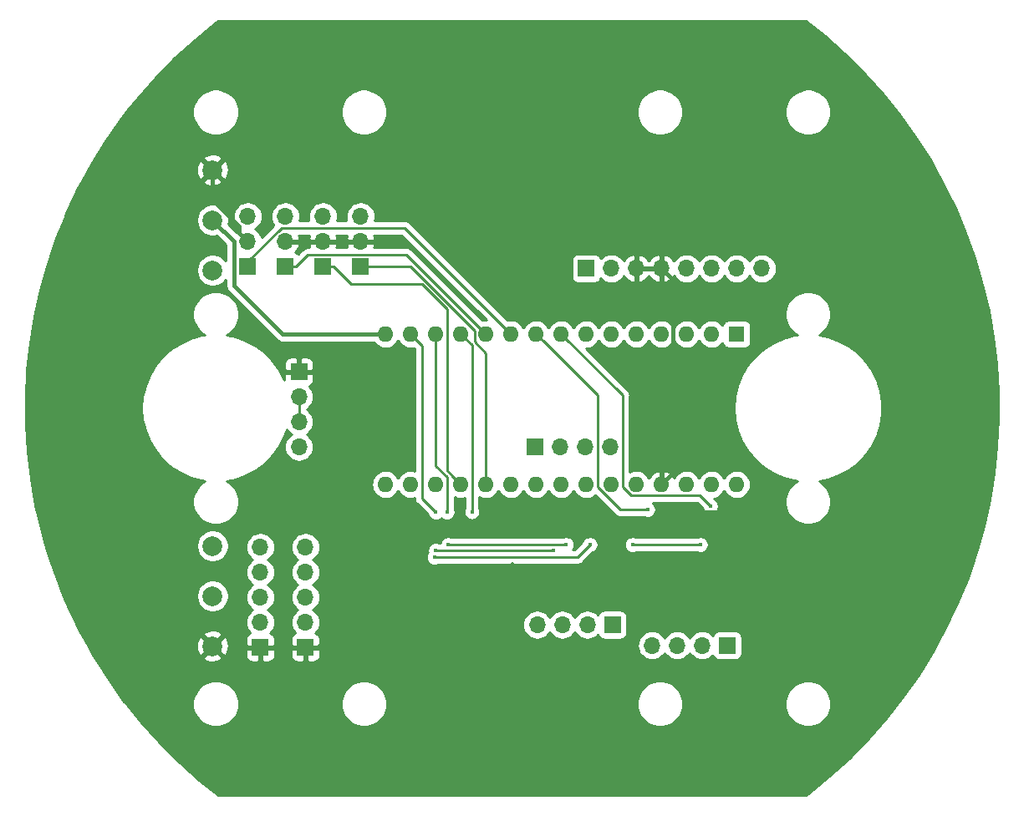
<source format=gbr>
G04 #@! TF.GenerationSoftware,KiCad,Pcbnew,(5.1.4-0-10_14)*
G04 #@! TF.CreationDate,2020-02-23T16:46:41+00:00*
G04 #@! TF.ProjectId,Bottom PCB,426f7474-6f6d-4205-9043-422e6b696361,rev?*
G04 #@! TF.SameCoordinates,Original*
G04 #@! TF.FileFunction,Copper,L1,Top*
G04 #@! TF.FilePolarity,Positive*
%FSLAX46Y46*%
G04 Gerber Fmt 4.6, Leading zero omitted, Abs format (unit mm)*
G04 Created by KiCad (PCBNEW (5.1.4-0-10_14)) date 2020-02-23 16:46:41*
%MOMM*%
%LPD*%
G04 APERTURE LIST*
%ADD10O,1.700000X1.700000*%
%ADD11R,1.700000X1.700000*%
%ADD12O,1.600000X1.600000*%
%ADD13R,1.600000X1.600000*%
%ADD14C,2.000000*%
%ADD15C,0.500000*%
%ADD16C,0.400000*%
%ADD17C,0.400000*%
%ADD18C,0.250000*%
%ADD19C,0.254000*%
G04 APERTURE END LIST*
D10*
X159004000Y-93472000D03*
X156464000Y-93472000D03*
X153924000Y-93472000D03*
D11*
X151384000Y-93472000D03*
D10*
X151638000Y-111506000D03*
X154178000Y-111506000D03*
X156718000Y-111506000D03*
D11*
X159258000Y-111506000D03*
D12*
X136271000Y-97282000D03*
X136271000Y-82042000D03*
X171831000Y-97282000D03*
X138811000Y-82042000D03*
X169291000Y-97282000D03*
X141351000Y-82042000D03*
X166751000Y-97282000D03*
X143891000Y-82042000D03*
X164211000Y-97282000D03*
X146431000Y-82042000D03*
X161671000Y-97282000D03*
X148971000Y-82042000D03*
X159131000Y-97282000D03*
X151511000Y-82042000D03*
X156591000Y-97282000D03*
X154051000Y-82042000D03*
X154051000Y-97282000D03*
X156591000Y-82042000D03*
X151511000Y-97282000D03*
X159131000Y-82042000D03*
X148971000Y-97282000D03*
X161671000Y-82042000D03*
X146431000Y-97282000D03*
X164211000Y-82042000D03*
X143891000Y-97282000D03*
X166751000Y-82042000D03*
X141351000Y-97282000D03*
X169291000Y-82042000D03*
X138811000Y-97282000D03*
D13*
X171831000Y-82042000D03*
D10*
X163258500Y-113601500D03*
X165798500Y-113601500D03*
X168338500Y-113601500D03*
D11*
X170878500Y-113601500D03*
D10*
X122301000Y-70104000D03*
X122301000Y-72644000D03*
D11*
X122301000Y-75184000D03*
D10*
X127508000Y-93472000D03*
X127508000Y-90932000D03*
X127508000Y-88392000D03*
D11*
X127508000Y-85852000D03*
D10*
X128143000Y-103632000D03*
X128143000Y-106172000D03*
X128143000Y-108712000D03*
X128143000Y-111252000D03*
D11*
X128143000Y-113792000D03*
D10*
X123571000Y-103632000D03*
X123571000Y-106172000D03*
X123571000Y-108712000D03*
X123571000Y-111252000D03*
D11*
X123571000Y-113792000D03*
D10*
X126111000Y-70104000D03*
X126111000Y-72644000D03*
D11*
X126111000Y-75184000D03*
D10*
X129921000Y-70104000D03*
X129921000Y-72644000D03*
D11*
X129921000Y-75184000D03*
D10*
X133731000Y-70104000D03*
X133731000Y-72644000D03*
D11*
X133731000Y-75184000D03*
D10*
X174371000Y-75374500D03*
X171831000Y-75374500D03*
X169291000Y-75374500D03*
X166751000Y-75374500D03*
X164211000Y-75374500D03*
X161671000Y-75374500D03*
X159131000Y-75374500D03*
D11*
X156591000Y-75374500D03*
D14*
X118745000Y-103505000D03*
X118745000Y-108585000D03*
X118745000Y-113665000D03*
X118745000Y-65405000D03*
X118745000Y-70485000D03*
X118745000Y-75565000D03*
D15*
X137160000Y-99314000D03*
X149098000Y-118364000D03*
X149098000Y-105410000D03*
X168148000Y-100076000D03*
X165354000Y-99314000D03*
X170688000Y-100076000D03*
D16*
X142621000Y-103378000D03*
X154559000Y-103378000D03*
X142494000Y-100076000D03*
X141351000Y-103949500D03*
X153289000Y-103949500D03*
X141351000Y-100076000D03*
X145016001Y-100058001D03*
X162814000Y-99822000D03*
X169177023Y-99475990D03*
X141224000Y-104648000D03*
X156972000Y-103378000D03*
X161290000Y-103378000D03*
X168148000Y-103378000D03*
D17*
X165060999Y-76224499D02*
X164211000Y-75374500D01*
X165411001Y-96081999D02*
X165411001Y-76574501D01*
X165411001Y-76574501D02*
X165060999Y-76224499D01*
X164211000Y-97282000D02*
X165411001Y-96081999D01*
X123444000Y-113665000D02*
X123571000Y-113792000D01*
X123571000Y-113792000D02*
X128143000Y-113792000D01*
X137160000Y-106025000D02*
X137160000Y-99314000D01*
X129393000Y-113792000D02*
X137160000Y-106025000D01*
X128143000Y-113792000D02*
X129393000Y-113792000D01*
X149098000Y-118364000D02*
X149098000Y-105410000D01*
X166116000Y-100076000D02*
X165354000Y-99314000D01*
X168148000Y-100076000D02*
X166116000Y-100076000D01*
X170688000Y-100076000D02*
X168148000Y-100076000D01*
X121451001Y-71104003D02*
X121451001Y-71794001D01*
X118745000Y-68398002D02*
X121451001Y-71104003D01*
X121451001Y-71794001D02*
X122301000Y-72644000D01*
X118745000Y-65405000D02*
X118745000Y-68398002D01*
X120904000Y-72644000D02*
X120904000Y-77089000D01*
X125857000Y-82042000D02*
X136271000Y-82042000D01*
X120904000Y-77089000D02*
X125857000Y-82042000D01*
X118745000Y-70485000D02*
X120904000Y-72644000D01*
D18*
X142621000Y-103378000D02*
X154559000Y-103378000D01*
X142494000Y-100076000D02*
X142494000Y-96521410D01*
X141351000Y-83173370D02*
X141351000Y-82042000D01*
X142494000Y-96521410D02*
X141351000Y-95378410D01*
X141351000Y-95378410D02*
X141351000Y-83173370D01*
X141414500Y-103949500D02*
X153289000Y-103949500D01*
X141351000Y-103886000D02*
X141414500Y-103949500D01*
X139954000Y-83185000D02*
X138811000Y-82042000D01*
X139954000Y-98679000D02*
X139954000Y-83185000D01*
X141351000Y-100076000D02*
X139954000Y-98679000D01*
X145016001Y-83167001D02*
X145016001Y-100058001D01*
X143891000Y-82042000D02*
X145016001Y-83167001D01*
X148171001Y-81242001D02*
X148971000Y-82042000D01*
X138208001Y-71279001D02*
X148171001Y-81242001D01*
X125736997Y-71279001D02*
X138208001Y-71279001D01*
X122301000Y-74714998D02*
X125736997Y-71279001D01*
X122301000Y-75184000D02*
X122301000Y-74714998D01*
X145631001Y-81242001D02*
X146431000Y-82042000D01*
X128386001Y-74008999D02*
X138397999Y-74008999D01*
X127211000Y-75184000D02*
X128386001Y-74008999D01*
X138397999Y-74008999D02*
X145631001Y-81242001D01*
X126111000Y-75184000D02*
X127211000Y-75184000D01*
X142476001Y-95867001D02*
X143091001Y-96482001D01*
X139954000Y-76962000D02*
X142476001Y-79484001D01*
X129921000Y-75184000D02*
X131021000Y-75184000D01*
X132799000Y-76962000D02*
X139954000Y-76962000D01*
X131021000Y-75184000D02*
X132799000Y-76962000D01*
X143091001Y-96482001D02*
X143891000Y-97282000D01*
X142476001Y-79484001D02*
X142476001Y-95867001D01*
X134831000Y-75184000D02*
X133731000Y-75184000D01*
X138812411Y-75184000D02*
X134831000Y-75184000D01*
X145288000Y-81659589D02*
X138812411Y-75184000D01*
X145288000Y-82802590D02*
X145288000Y-81659589D01*
X146431000Y-83945590D02*
X145288000Y-82802590D01*
X146431000Y-97282000D02*
X146431000Y-83945590D01*
X127508000Y-90932000D02*
X127508000Y-88392000D01*
X152310999Y-82841999D02*
X151511000Y-82042000D01*
X157716001Y-88247001D02*
X152310999Y-82841999D01*
X157716001Y-97532003D02*
X157716001Y-88247001D01*
X160005998Y-99822000D02*
X157716001Y-97532003D01*
X162814000Y-99822000D02*
X160005998Y-99822000D01*
X160256001Y-97532003D02*
X161130999Y-98407001D01*
X161130999Y-98407001D02*
X168108034Y-98407001D01*
X168977024Y-99275991D02*
X169177023Y-99475990D01*
X154051000Y-82042000D02*
X160256001Y-88247001D01*
X160256001Y-88247001D02*
X160256001Y-97532003D01*
X168108034Y-98407001D02*
X168977024Y-99275991D01*
X155702000Y-104648000D02*
X156972000Y-103378000D01*
X141224000Y-104648000D02*
X155702000Y-104648000D01*
X161290000Y-103378000D02*
X168148000Y-103378000D01*
D19*
G36*
X180782758Y-51829696D02*
G01*
X182837808Y-53658742D01*
X184787539Y-55599639D01*
X186625885Y-57646344D01*
X188347119Y-59792483D01*
X189945881Y-62031376D01*
X191417155Y-64355998D01*
X192756377Y-66759130D01*
X193959366Y-69233282D01*
X195022365Y-71770716D01*
X195942064Y-74363534D01*
X196715590Y-77003638D01*
X197340543Y-79682838D01*
X197814962Y-82392728D01*
X198137370Y-85124870D01*
X198306763Y-87870740D01*
X198322614Y-90621815D01*
X198184871Y-93369464D01*
X197893965Y-96105141D01*
X197450803Y-98820314D01*
X196856766Y-101506517D01*
X196113707Y-104155374D01*
X195223945Y-106758621D01*
X194190247Y-109308151D01*
X193015851Y-111795985D01*
X191704410Y-114214389D01*
X190260014Y-116555816D01*
X188687175Y-118812955D01*
X186990776Y-120978795D01*
X185176134Y-123046548D01*
X183248886Y-125009792D01*
X181215056Y-126862389D01*
X179074684Y-128603692D01*
X178822645Y-128795000D01*
X119326458Y-128795000D01*
X117357243Y-127230304D01*
X115302193Y-125401258D01*
X113352470Y-123460369D01*
X111514116Y-121413656D01*
X109818270Y-119299170D01*
X116726341Y-119299170D01*
X116726341Y-119760830D01*
X116816407Y-120213620D01*
X116993076Y-120640139D01*
X117249561Y-121023996D01*
X117576005Y-121350440D01*
X117959862Y-121606925D01*
X118386381Y-121783594D01*
X118839171Y-121873660D01*
X119300831Y-121873660D01*
X119753621Y-121783594D01*
X120180140Y-121606925D01*
X120563997Y-121350440D01*
X120890441Y-121023996D01*
X121146926Y-120640139D01*
X121323595Y-120213620D01*
X121413661Y-119760830D01*
X121413661Y-119299170D01*
X131726341Y-119299170D01*
X131726341Y-119760830D01*
X131816407Y-120213620D01*
X131993076Y-120640139D01*
X132249561Y-121023996D01*
X132576005Y-121350440D01*
X132959862Y-121606925D01*
X133386381Y-121783594D01*
X133839171Y-121873660D01*
X134300831Y-121873660D01*
X134753621Y-121783594D01*
X135180140Y-121606925D01*
X135563997Y-121350440D01*
X135890441Y-121023996D01*
X136146926Y-120640139D01*
X136323595Y-120213620D01*
X136413661Y-119760830D01*
X136413661Y-119299170D01*
X161726342Y-119299170D01*
X161726342Y-119760830D01*
X161816407Y-120213620D01*
X161993077Y-120640139D01*
X162249562Y-121023996D01*
X162576005Y-121350439D01*
X162959862Y-121606924D01*
X163386381Y-121783594D01*
X163839171Y-121873659D01*
X164300831Y-121873659D01*
X164753621Y-121783594D01*
X165180140Y-121606924D01*
X165563997Y-121350439D01*
X165890440Y-121023996D01*
X166146925Y-120640139D01*
X166323595Y-120213620D01*
X166413660Y-119760830D01*
X166413660Y-119299170D01*
X176726341Y-119299170D01*
X176726341Y-119760830D01*
X176816407Y-120213620D01*
X176993076Y-120640139D01*
X177249561Y-121023996D01*
X177576005Y-121350440D01*
X177959862Y-121606925D01*
X178386381Y-121783594D01*
X178839171Y-121873660D01*
X179300831Y-121873660D01*
X179753621Y-121783594D01*
X180180140Y-121606925D01*
X180563997Y-121350440D01*
X180890441Y-121023996D01*
X181146926Y-120640139D01*
X181323595Y-120213620D01*
X181413661Y-119760830D01*
X181413661Y-119299170D01*
X181323595Y-118846380D01*
X181146926Y-118419861D01*
X180890441Y-118036004D01*
X180563997Y-117709560D01*
X180180140Y-117453075D01*
X179753621Y-117276406D01*
X179300831Y-117186340D01*
X178839171Y-117186340D01*
X178386381Y-117276406D01*
X177959862Y-117453075D01*
X177576005Y-117709560D01*
X177249561Y-118036004D01*
X176993076Y-118419861D01*
X176816407Y-118846380D01*
X176726341Y-119299170D01*
X166413660Y-119299170D01*
X166323595Y-118846380D01*
X166146925Y-118419861D01*
X165890440Y-118036004D01*
X165563997Y-117709561D01*
X165180140Y-117453076D01*
X164753621Y-117276406D01*
X164300831Y-117186341D01*
X163839171Y-117186341D01*
X163386381Y-117276406D01*
X162959862Y-117453076D01*
X162576005Y-117709561D01*
X162249562Y-118036004D01*
X161993077Y-118419861D01*
X161816407Y-118846380D01*
X161726342Y-119299170D01*
X136413661Y-119299170D01*
X136323595Y-118846380D01*
X136146926Y-118419861D01*
X135890441Y-118036004D01*
X135563997Y-117709560D01*
X135180140Y-117453075D01*
X134753621Y-117276406D01*
X134300831Y-117186340D01*
X133839171Y-117186340D01*
X133386381Y-117276406D01*
X132959862Y-117453075D01*
X132576005Y-117709560D01*
X132249561Y-118036004D01*
X131993076Y-118419861D01*
X131816407Y-118846380D01*
X131726341Y-119299170D01*
X121413661Y-119299170D01*
X121323595Y-118846380D01*
X121146926Y-118419861D01*
X120890441Y-118036004D01*
X120563997Y-117709560D01*
X120180140Y-117453075D01*
X119753621Y-117276406D01*
X119300831Y-117186340D01*
X118839171Y-117186340D01*
X118386381Y-117276406D01*
X117959862Y-117453075D01*
X117576005Y-117709560D01*
X117249561Y-118036004D01*
X116993076Y-118419861D01*
X116816407Y-118846380D01*
X116726341Y-119299170D01*
X109818270Y-119299170D01*
X109792867Y-119267497D01*
X108194120Y-117028624D01*
X106783865Y-114800413D01*
X117789192Y-114800413D01*
X117884956Y-115064814D01*
X118174571Y-115205704D01*
X118486108Y-115287384D01*
X118807595Y-115306718D01*
X119126675Y-115262961D01*
X119431088Y-115157795D01*
X119605044Y-115064814D01*
X119700808Y-114800413D01*
X119542395Y-114642000D01*
X122082928Y-114642000D01*
X122095188Y-114766482D01*
X122131498Y-114886180D01*
X122190463Y-114996494D01*
X122269815Y-115093185D01*
X122366506Y-115172537D01*
X122476820Y-115231502D01*
X122596518Y-115267812D01*
X122721000Y-115280072D01*
X123285250Y-115277000D01*
X123444000Y-115118250D01*
X123444000Y-113919000D01*
X123698000Y-113919000D01*
X123698000Y-115118250D01*
X123856750Y-115277000D01*
X124421000Y-115280072D01*
X124545482Y-115267812D01*
X124665180Y-115231502D01*
X124775494Y-115172537D01*
X124872185Y-115093185D01*
X124951537Y-114996494D01*
X125010502Y-114886180D01*
X125046812Y-114766482D01*
X125059072Y-114642000D01*
X126654928Y-114642000D01*
X126667188Y-114766482D01*
X126703498Y-114886180D01*
X126762463Y-114996494D01*
X126841815Y-115093185D01*
X126938506Y-115172537D01*
X127048820Y-115231502D01*
X127168518Y-115267812D01*
X127293000Y-115280072D01*
X127857250Y-115277000D01*
X128016000Y-115118250D01*
X128016000Y-113919000D01*
X128270000Y-113919000D01*
X128270000Y-115118250D01*
X128428750Y-115277000D01*
X128993000Y-115280072D01*
X129117482Y-115267812D01*
X129237180Y-115231502D01*
X129347494Y-115172537D01*
X129444185Y-115093185D01*
X129523537Y-114996494D01*
X129582502Y-114886180D01*
X129618812Y-114766482D01*
X129631072Y-114642000D01*
X129628000Y-114077750D01*
X129469250Y-113919000D01*
X128270000Y-113919000D01*
X128016000Y-113919000D01*
X126816750Y-113919000D01*
X126658000Y-114077750D01*
X126654928Y-114642000D01*
X125059072Y-114642000D01*
X125056000Y-114077750D01*
X124897250Y-113919000D01*
X123698000Y-113919000D01*
X123444000Y-113919000D01*
X122244750Y-113919000D01*
X122086000Y-114077750D01*
X122082928Y-114642000D01*
X119542395Y-114642000D01*
X118745000Y-113844605D01*
X117789192Y-114800413D01*
X106783865Y-114800413D01*
X106722850Y-114704010D01*
X106178713Y-113727595D01*
X117103282Y-113727595D01*
X117147039Y-114046675D01*
X117252205Y-114351088D01*
X117345186Y-114525044D01*
X117609587Y-114620808D01*
X118565395Y-113665000D01*
X118924605Y-113665000D01*
X119880413Y-114620808D01*
X120144814Y-114525044D01*
X120285704Y-114235429D01*
X120367384Y-113923892D01*
X120386718Y-113602405D01*
X120342961Y-113283325D01*
X120237795Y-112978912D01*
X120144814Y-112804956D01*
X119880413Y-112709192D01*
X118924605Y-113665000D01*
X118565395Y-113665000D01*
X117609587Y-112709192D01*
X117345186Y-112804956D01*
X117204296Y-113094571D01*
X117122616Y-113406108D01*
X117103282Y-113727595D01*
X106178713Y-113727595D01*
X105511085Y-112529587D01*
X117789192Y-112529587D01*
X118745000Y-113485395D01*
X119700808Y-112529587D01*
X119605044Y-112265186D01*
X119315429Y-112124296D01*
X119003892Y-112042616D01*
X118682405Y-112023282D01*
X118363325Y-112067039D01*
X118058912Y-112172205D01*
X117884956Y-112265186D01*
X117789192Y-112529587D01*
X105511085Y-112529587D01*
X105383617Y-112300856D01*
X104180638Y-109826725D01*
X103592986Y-108423967D01*
X117110000Y-108423967D01*
X117110000Y-108746033D01*
X117172832Y-109061912D01*
X117296082Y-109359463D01*
X117475013Y-109627252D01*
X117702748Y-109854987D01*
X117970537Y-110033918D01*
X118268088Y-110157168D01*
X118583967Y-110220000D01*
X118906033Y-110220000D01*
X119221912Y-110157168D01*
X119519463Y-110033918D01*
X119787252Y-109854987D01*
X120014987Y-109627252D01*
X120193918Y-109359463D01*
X120317168Y-109061912D01*
X120380000Y-108746033D01*
X120380000Y-108423967D01*
X120317168Y-108108088D01*
X120193918Y-107810537D01*
X120014987Y-107542748D01*
X119787252Y-107315013D01*
X119519463Y-107136082D01*
X119221912Y-107012832D01*
X118906033Y-106950000D01*
X118583967Y-106950000D01*
X118268088Y-107012832D01*
X117970537Y-107136082D01*
X117702748Y-107315013D01*
X117475013Y-107542748D01*
X117296082Y-107810537D01*
X117172832Y-108108088D01*
X117110000Y-108423967D01*
X103592986Y-108423967D01*
X103117643Y-107289299D01*
X102197937Y-104696466D01*
X101801668Y-103343967D01*
X117110000Y-103343967D01*
X117110000Y-103666033D01*
X117172832Y-103981912D01*
X117296082Y-104279463D01*
X117475013Y-104547252D01*
X117702748Y-104774987D01*
X117970537Y-104953918D01*
X118268088Y-105077168D01*
X118583967Y-105140000D01*
X118906033Y-105140000D01*
X119221912Y-105077168D01*
X119519463Y-104953918D01*
X119787252Y-104774987D01*
X120014987Y-104547252D01*
X120193918Y-104279463D01*
X120317168Y-103981912D01*
X120380000Y-103666033D01*
X120380000Y-103632000D01*
X122078815Y-103632000D01*
X122107487Y-103923111D01*
X122192401Y-104203034D01*
X122330294Y-104461014D01*
X122515866Y-104687134D01*
X122741986Y-104872706D01*
X122796791Y-104902000D01*
X122741986Y-104931294D01*
X122515866Y-105116866D01*
X122330294Y-105342986D01*
X122192401Y-105600966D01*
X122107487Y-105880889D01*
X122078815Y-106172000D01*
X122107487Y-106463111D01*
X122192401Y-106743034D01*
X122330294Y-107001014D01*
X122515866Y-107227134D01*
X122741986Y-107412706D01*
X122796791Y-107442000D01*
X122741986Y-107471294D01*
X122515866Y-107656866D01*
X122330294Y-107882986D01*
X122192401Y-108140966D01*
X122107487Y-108420889D01*
X122078815Y-108712000D01*
X122107487Y-109003111D01*
X122192401Y-109283034D01*
X122330294Y-109541014D01*
X122515866Y-109767134D01*
X122741986Y-109952706D01*
X122796791Y-109982000D01*
X122741986Y-110011294D01*
X122515866Y-110196866D01*
X122330294Y-110422986D01*
X122192401Y-110680966D01*
X122107487Y-110960889D01*
X122078815Y-111252000D01*
X122107487Y-111543111D01*
X122192401Y-111823034D01*
X122330294Y-112081014D01*
X122515866Y-112307134D01*
X122545687Y-112331607D01*
X122476820Y-112352498D01*
X122366506Y-112411463D01*
X122269815Y-112490815D01*
X122190463Y-112587506D01*
X122131498Y-112697820D01*
X122095188Y-112817518D01*
X122082928Y-112942000D01*
X122086000Y-113506250D01*
X122244750Y-113665000D01*
X123444000Y-113665000D01*
X123444000Y-113645000D01*
X123698000Y-113645000D01*
X123698000Y-113665000D01*
X124897250Y-113665000D01*
X125056000Y-113506250D01*
X125059072Y-112942000D01*
X125046812Y-112817518D01*
X125010502Y-112697820D01*
X124951537Y-112587506D01*
X124872185Y-112490815D01*
X124775494Y-112411463D01*
X124665180Y-112352498D01*
X124596313Y-112331607D01*
X124626134Y-112307134D01*
X124811706Y-112081014D01*
X124949599Y-111823034D01*
X125034513Y-111543111D01*
X125063185Y-111252000D01*
X125034513Y-110960889D01*
X124949599Y-110680966D01*
X124811706Y-110422986D01*
X124626134Y-110196866D01*
X124400014Y-110011294D01*
X124345209Y-109982000D01*
X124400014Y-109952706D01*
X124626134Y-109767134D01*
X124811706Y-109541014D01*
X124949599Y-109283034D01*
X125034513Y-109003111D01*
X125063185Y-108712000D01*
X125034513Y-108420889D01*
X124949599Y-108140966D01*
X124811706Y-107882986D01*
X124626134Y-107656866D01*
X124400014Y-107471294D01*
X124345209Y-107442000D01*
X124400014Y-107412706D01*
X124626134Y-107227134D01*
X124811706Y-107001014D01*
X124949599Y-106743034D01*
X125034513Y-106463111D01*
X125063185Y-106172000D01*
X125034513Y-105880889D01*
X124949599Y-105600966D01*
X124811706Y-105342986D01*
X124626134Y-105116866D01*
X124400014Y-104931294D01*
X124345209Y-104902000D01*
X124400014Y-104872706D01*
X124626134Y-104687134D01*
X124811706Y-104461014D01*
X124949599Y-104203034D01*
X125034513Y-103923111D01*
X125063185Y-103632000D01*
X126650815Y-103632000D01*
X126679487Y-103923111D01*
X126764401Y-104203034D01*
X126902294Y-104461014D01*
X127087866Y-104687134D01*
X127313986Y-104872706D01*
X127368791Y-104902000D01*
X127313986Y-104931294D01*
X127087866Y-105116866D01*
X126902294Y-105342986D01*
X126764401Y-105600966D01*
X126679487Y-105880889D01*
X126650815Y-106172000D01*
X126679487Y-106463111D01*
X126764401Y-106743034D01*
X126902294Y-107001014D01*
X127087866Y-107227134D01*
X127313986Y-107412706D01*
X127368791Y-107442000D01*
X127313986Y-107471294D01*
X127087866Y-107656866D01*
X126902294Y-107882986D01*
X126764401Y-108140966D01*
X126679487Y-108420889D01*
X126650815Y-108712000D01*
X126679487Y-109003111D01*
X126764401Y-109283034D01*
X126902294Y-109541014D01*
X127087866Y-109767134D01*
X127313986Y-109952706D01*
X127368791Y-109982000D01*
X127313986Y-110011294D01*
X127087866Y-110196866D01*
X126902294Y-110422986D01*
X126764401Y-110680966D01*
X126679487Y-110960889D01*
X126650815Y-111252000D01*
X126679487Y-111543111D01*
X126764401Y-111823034D01*
X126902294Y-112081014D01*
X127087866Y-112307134D01*
X127117687Y-112331607D01*
X127048820Y-112352498D01*
X126938506Y-112411463D01*
X126841815Y-112490815D01*
X126762463Y-112587506D01*
X126703498Y-112697820D01*
X126667188Y-112817518D01*
X126654928Y-112942000D01*
X126658000Y-113506250D01*
X126816750Y-113665000D01*
X128016000Y-113665000D01*
X128016000Y-113645000D01*
X128270000Y-113645000D01*
X128270000Y-113665000D01*
X129469250Y-113665000D01*
X129532750Y-113601500D01*
X161766315Y-113601500D01*
X161794987Y-113892611D01*
X161879901Y-114172534D01*
X162017794Y-114430514D01*
X162203366Y-114656634D01*
X162429486Y-114842206D01*
X162687466Y-114980099D01*
X162967389Y-115065013D01*
X163185550Y-115086500D01*
X163331450Y-115086500D01*
X163549611Y-115065013D01*
X163829534Y-114980099D01*
X164087514Y-114842206D01*
X164313634Y-114656634D01*
X164499206Y-114430514D01*
X164528500Y-114375709D01*
X164557794Y-114430514D01*
X164743366Y-114656634D01*
X164969486Y-114842206D01*
X165227466Y-114980099D01*
X165507389Y-115065013D01*
X165725550Y-115086500D01*
X165871450Y-115086500D01*
X166089611Y-115065013D01*
X166369534Y-114980099D01*
X166627514Y-114842206D01*
X166853634Y-114656634D01*
X167039206Y-114430514D01*
X167068500Y-114375709D01*
X167097794Y-114430514D01*
X167283366Y-114656634D01*
X167509486Y-114842206D01*
X167767466Y-114980099D01*
X168047389Y-115065013D01*
X168265550Y-115086500D01*
X168411450Y-115086500D01*
X168629611Y-115065013D01*
X168909534Y-114980099D01*
X169167514Y-114842206D01*
X169393634Y-114656634D01*
X169418107Y-114626813D01*
X169438998Y-114695680D01*
X169497963Y-114805994D01*
X169577315Y-114902685D01*
X169674006Y-114982037D01*
X169784320Y-115041002D01*
X169904018Y-115077312D01*
X170028500Y-115089572D01*
X171728500Y-115089572D01*
X171852982Y-115077312D01*
X171972680Y-115041002D01*
X172082994Y-114982037D01*
X172179685Y-114902685D01*
X172259037Y-114805994D01*
X172318002Y-114695680D01*
X172354312Y-114575982D01*
X172366572Y-114451500D01*
X172366572Y-112751500D01*
X172354312Y-112627018D01*
X172318002Y-112507320D01*
X172259037Y-112397006D01*
X172179685Y-112300315D01*
X172082994Y-112220963D01*
X171972680Y-112161998D01*
X171852982Y-112125688D01*
X171728500Y-112113428D01*
X170028500Y-112113428D01*
X169904018Y-112125688D01*
X169784320Y-112161998D01*
X169674006Y-112220963D01*
X169577315Y-112300315D01*
X169497963Y-112397006D01*
X169438998Y-112507320D01*
X169418107Y-112576187D01*
X169393634Y-112546366D01*
X169167514Y-112360794D01*
X168909534Y-112222901D01*
X168629611Y-112137987D01*
X168411450Y-112116500D01*
X168265550Y-112116500D01*
X168047389Y-112137987D01*
X167767466Y-112222901D01*
X167509486Y-112360794D01*
X167283366Y-112546366D01*
X167097794Y-112772486D01*
X167068500Y-112827291D01*
X167039206Y-112772486D01*
X166853634Y-112546366D01*
X166627514Y-112360794D01*
X166369534Y-112222901D01*
X166089611Y-112137987D01*
X165871450Y-112116500D01*
X165725550Y-112116500D01*
X165507389Y-112137987D01*
X165227466Y-112222901D01*
X164969486Y-112360794D01*
X164743366Y-112546366D01*
X164557794Y-112772486D01*
X164528500Y-112827291D01*
X164499206Y-112772486D01*
X164313634Y-112546366D01*
X164087514Y-112360794D01*
X163829534Y-112222901D01*
X163549611Y-112137987D01*
X163331450Y-112116500D01*
X163185550Y-112116500D01*
X162967389Y-112137987D01*
X162687466Y-112222901D01*
X162429486Y-112360794D01*
X162203366Y-112546366D01*
X162017794Y-112772486D01*
X161879901Y-113030466D01*
X161794987Y-113310389D01*
X161766315Y-113601500D01*
X129532750Y-113601500D01*
X129628000Y-113506250D01*
X129631072Y-112942000D01*
X129618812Y-112817518D01*
X129582502Y-112697820D01*
X129523537Y-112587506D01*
X129444185Y-112490815D01*
X129347494Y-112411463D01*
X129237180Y-112352498D01*
X129168313Y-112331607D01*
X129198134Y-112307134D01*
X129383706Y-112081014D01*
X129521599Y-111823034D01*
X129606513Y-111543111D01*
X129610168Y-111506000D01*
X150145815Y-111506000D01*
X150174487Y-111797111D01*
X150259401Y-112077034D01*
X150397294Y-112335014D01*
X150582866Y-112561134D01*
X150808986Y-112746706D01*
X151066966Y-112884599D01*
X151346889Y-112969513D01*
X151565050Y-112991000D01*
X151710950Y-112991000D01*
X151929111Y-112969513D01*
X152209034Y-112884599D01*
X152467014Y-112746706D01*
X152693134Y-112561134D01*
X152878706Y-112335014D01*
X152908000Y-112280209D01*
X152937294Y-112335014D01*
X153122866Y-112561134D01*
X153348986Y-112746706D01*
X153606966Y-112884599D01*
X153886889Y-112969513D01*
X154105050Y-112991000D01*
X154250950Y-112991000D01*
X154469111Y-112969513D01*
X154749034Y-112884599D01*
X155007014Y-112746706D01*
X155233134Y-112561134D01*
X155418706Y-112335014D01*
X155448000Y-112280209D01*
X155477294Y-112335014D01*
X155662866Y-112561134D01*
X155888986Y-112746706D01*
X156146966Y-112884599D01*
X156426889Y-112969513D01*
X156645050Y-112991000D01*
X156790950Y-112991000D01*
X157009111Y-112969513D01*
X157289034Y-112884599D01*
X157547014Y-112746706D01*
X157773134Y-112561134D01*
X157797607Y-112531313D01*
X157818498Y-112600180D01*
X157877463Y-112710494D01*
X157956815Y-112807185D01*
X158053506Y-112886537D01*
X158163820Y-112945502D01*
X158283518Y-112981812D01*
X158408000Y-112994072D01*
X160108000Y-112994072D01*
X160232482Y-112981812D01*
X160352180Y-112945502D01*
X160462494Y-112886537D01*
X160559185Y-112807185D01*
X160638537Y-112710494D01*
X160697502Y-112600180D01*
X160733812Y-112480482D01*
X160746072Y-112356000D01*
X160746072Y-110656000D01*
X160733812Y-110531518D01*
X160697502Y-110411820D01*
X160638537Y-110301506D01*
X160559185Y-110204815D01*
X160462494Y-110125463D01*
X160352180Y-110066498D01*
X160232482Y-110030188D01*
X160108000Y-110017928D01*
X158408000Y-110017928D01*
X158283518Y-110030188D01*
X158163820Y-110066498D01*
X158053506Y-110125463D01*
X157956815Y-110204815D01*
X157877463Y-110301506D01*
X157818498Y-110411820D01*
X157797607Y-110480687D01*
X157773134Y-110450866D01*
X157547014Y-110265294D01*
X157289034Y-110127401D01*
X157009111Y-110042487D01*
X156790950Y-110021000D01*
X156645050Y-110021000D01*
X156426889Y-110042487D01*
X156146966Y-110127401D01*
X155888986Y-110265294D01*
X155662866Y-110450866D01*
X155477294Y-110676986D01*
X155448000Y-110731791D01*
X155418706Y-110676986D01*
X155233134Y-110450866D01*
X155007014Y-110265294D01*
X154749034Y-110127401D01*
X154469111Y-110042487D01*
X154250950Y-110021000D01*
X154105050Y-110021000D01*
X153886889Y-110042487D01*
X153606966Y-110127401D01*
X153348986Y-110265294D01*
X153122866Y-110450866D01*
X152937294Y-110676986D01*
X152908000Y-110731791D01*
X152878706Y-110676986D01*
X152693134Y-110450866D01*
X152467014Y-110265294D01*
X152209034Y-110127401D01*
X151929111Y-110042487D01*
X151710950Y-110021000D01*
X151565050Y-110021000D01*
X151346889Y-110042487D01*
X151066966Y-110127401D01*
X150808986Y-110265294D01*
X150582866Y-110450866D01*
X150397294Y-110676986D01*
X150259401Y-110934966D01*
X150174487Y-111214889D01*
X150145815Y-111506000D01*
X129610168Y-111506000D01*
X129635185Y-111252000D01*
X129606513Y-110960889D01*
X129521599Y-110680966D01*
X129383706Y-110422986D01*
X129198134Y-110196866D01*
X128972014Y-110011294D01*
X128917209Y-109982000D01*
X128972014Y-109952706D01*
X129198134Y-109767134D01*
X129383706Y-109541014D01*
X129521599Y-109283034D01*
X129606513Y-109003111D01*
X129635185Y-108712000D01*
X129606513Y-108420889D01*
X129521599Y-108140966D01*
X129383706Y-107882986D01*
X129198134Y-107656866D01*
X128972014Y-107471294D01*
X128917209Y-107442000D01*
X128972014Y-107412706D01*
X129198134Y-107227134D01*
X129383706Y-107001014D01*
X129521599Y-106743034D01*
X129606513Y-106463111D01*
X129635185Y-106172000D01*
X129606513Y-105880889D01*
X129521599Y-105600966D01*
X129383706Y-105342986D01*
X129198134Y-105116866D01*
X128972014Y-104931294D01*
X128917209Y-104902000D01*
X128972014Y-104872706D01*
X129198134Y-104687134D01*
X129297743Y-104565760D01*
X140389000Y-104565760D01*
X140389000Y-104730240D01*
X140421089Y-104891560D01*
X140484033Y-105043521D01*
X140575413Y-105180281D01*
X140691719Y-105296587D01*
X140828479Y-105387967D01*
X140980440Y-105450911D01*
X141141760Y-105483000D01*
X141306240Y-105483000D01*
X141467560Y-105450911D01*
X141571157Y-105408000D01*
X155664678Y-105408000D01*
X155702000Y-105411676D01*
X155739322Y-105408000D01*
X155739333Y-105408000D01*
X155850986Y-105397003D01*
X155994247Y-105353546D01*
X156126276Y-105282974D01*
X156242001Y-105188001D01*
X156265804Y-105158997D01*
X157263924Y-104160878D01*
X157367521Y-104117967D01*
X157504281Y-104026587D01*
X157620587Y-103910281D01*
X157711967Y-103773521D01*
X157774911Y-103621560D01*
X157807000Y-103460240D01*
X157807000Y-103295760D01*
X160455000Y-103295760D01*
X160455000Y-103460240D01*
X160487089Y-103621560D01*
X160550033Y-103773521D01*
X160641413Y-103910281D01*
X160757719Y-104026587D01*
X160894479Y-104117967D01*
X161046440Y-104180911D01*
X161207760Y-104213000D01*
X161372240Y-104213000D01*
X161533560Y-104180911D01*
X161637157Y-104138000D01*
X167800843Y-104138000D01*
X167904440Y-104180911D01*
X168065760Y-104213000D01*
X168230240Y-104213000D01*
X168391560Y-104180911D01*
X168543521Y-104117967D01*
X168680281Y-104026587D01*
X168796587Y-103910281D01*
X168887967Y-103773521D01*
X168950911Y-103621560D01*
X168983000Y-103460240D01*
X168983000Y-103295760D01*
X168950911Y-103134440D01*
X168887967Y-102982479D01*
X168796587Y-102845719D01*
X168680281Y-102729413D01*
X168543521Y-102638033D01*
X168391560Y-102575089D01*
X168230240Y-102543000D01*
X168065760Y-102543000D01*
X167904440Y-102575089D01*
X167800843Y-102618000D01*
X161637157Y-102618000D01*
X161533560Y-102575089D01*
X161372240Y-102543000D01*
X161207760Y-102543000D01*
X161046440Y-102575089D01*
X160894479Y-102638033D01*
X160757719Y-102729413D01*
X160641413Y-102845719D01*
X160550033Y-102982479D01*
X160487089Y-103134440D01*
X160455000Y-103295760D01*
X157807000Y-103295760D01*
X157774911Y-103134440D01*
X157711967Y-102982479D01*
X157620587Y-102845719D01*
X157504281Y-102729413D01*
X157367521Y-102638033D01*
X157215560Y-102575089D01*
X157054240Y-102543000D01*
X156889760Y-102543000D01*
X156728440Y-102575089D01*
X156576479Y-102638033D01*
X156439719Y-102729413D01*
X156323413Y-102845719D01*
X156232033Y-102982479D01*
X156189122Y-103086076D01*
X155387199Y-103888000D01*
X155222475Y-103888000D01*
X155298967Y-103773521D01*
X155361911Y-103621560D01*
X155394000Y-103460240D01*
X155394000Y-103295760D01*
X155361911Y-103134440D01*
X155298967Y-102982479D01*
X155207587Y-102845719D01*
X155091281Y-102729413D01*
X154954521Y-102638033D01*
X154802560Y-102575089D01*
X154641240Y-102543000D01*
X154476760Y-102543000D01*
X154315440Y-102575089D01*
X154211843Y-102618000D01*
X142968157Y-102618000D01*
X142864560Y-102575089D01*
X142703240Y-102543000D01*
X142538760Y-102543000D01*
X142377440Y-102575089D01*
X142225479Y-102638033D01*
X142088719Y-102729413D01*
X141972413Y-102845719D01*
X141881033Y-102982479D01*
X141818089Y-103134440D01*
X141807137Y-103189500D01*
X141698157Y-103189500D01*
X141594560Y-103146589D01*
X141433240Y-103114500D01*
X141268760Y-103114500D01*
X141107440Y-103146589D01*
X140955479Y-103209533D01*
X140818719Y-103300913D01*
X140702413Y-103417219D01*
X140611033Y-103553979D01*
X140548089Y-103705940D01*
X140516000Y-103867260D01*
X140516000Y-104031740D01*
X140542502Y-104164974D01*
X140484033Y-104252479D01*
X140421089Y-104404440D01*
X140389000Y-104565760D01*
X129297743Y-104565760D01*
X129383706Y-104461014D01*
X129521599Y-104203034D01*
X129606513Y-103923111D01*
X129635185Y-103632000D01*
X129606513Y-103340889D01*
X129521599Y-103060966D01*
X129383706Y-102802986D01*
X129198134Y-102576866D01*
X128972014Y-102391294D01*
X128714034Y-102253401D01*
X128434111Y-102168487D01*
X128215950Y-102147000D01*
X128070050Y-102147000D01*
X127851889Y-102168487D01*
X127571966Y-102253401D01*
X127313986Y-102391294D01*
X127087866Y-102576866D01*
X126902294Y-102802986D01*
X126764401Y-103060966D01*
X126679487Y-103340889D01*
X126650815Y-103632000D01*
X125063185Y-103632000D01*
X125034513Y-103340889D01*
X124949599Y-103060966D01*
X124811706Y-102802986D01*
X124626134Y-102576866D01*
X124400014Y-102391294D01*
X124142034Y-102253401D01*
X123862111Y-102168487D01*
X123643950Y-102147000D01*
X123498050Y-102147000D01*
X123279889Y-102168487D01*
X122999966Y-102253401D01*
X122741986Y-102391294D01*
X122515866Y-102576866D01*
X122330294Y-102802986D01*
X122192401Y-103060966D01*
X122107487Y-103340889D01*
X122078815Y-103632000D01*
X120380000Y-103632000D01*
X120380000Y-103343967D01*
X120317168Y-103028088D01*
X120193918Y-102730537D01*
X120014987Y-102462748D01*
X119787252Y-102235013D01*
X119519463Y-102056082D01*
X119221912Y-101932832D01*
X118906033Y-101870000D01*
X118583967Y-101870000D01*
X118268088Y-101932832D01*
X117970537Y-102056082D01*
X117702748Y-102235013D01*
X117475013Y-102462748D01*
X117296082Y-102730537D01*
X117172832Y-103028088D01*
X117110000Y-103343967D01*
X101801668Y-103343967D01*
X101424410Y-102056357D01*
X100799458Y-99377162D01*
X100325039Y-96667272D01*
X100002631Y-93935128D01*
X99833238Y-91189260D01*
X99823678Y-89530000D01*
X111565001Y-89530000D01*
X111652956Y-90675633D01*
X111914761Y-91794413D01*
X112344278Y-92860117D01*
X112931441Y-93847767D01*
X113662486Y-94734211D01*
X114520279Y-95498673D01*
X115484714Y-96123234D01*
X116533184Y-96593256D01*
X117641116Y-96897721D01*
X117994896Y-96938563D01*
X117959862Y-96953075D01*
X117576005Y-97209560D01*
X117249561Y-97536004D01*
X116993076Y-97919861D01*
X116816407Y-98346380D01*
X116726341Y-98799170D01*
X116726341Y-99260830D01*
X116816407Y-99713620D01*
X116993076Y-100140139D01*
X117249561Y-100523996D01*
X117576005Y-100850440D01*
X117959862Y-101106925D01*
X118386381Y-101283594D01*
X118839171Y-101373660D01*
X119300831Y-101373660D01*
X119753621Y-101283594D01*
X120180140Y-101106925D01*
X120563997Y-100850440D01*
X120890441Y-100523996D01*
X121146926Y-100140139D01*
X121323595Y-99713620D01*
X121413661Y-99260830D01*
X121413661Y-98799170D01*
X121323595Y-98346380D01*
X121146926Y-97919861D01*
X120890441Y-97536004D01*
X120563997Y-97209560D01*
X120180140Y-96953075D01*
X120153883Y-96942199D01*
X121058687Y-96766722D01*
X122140061Y-96378340D01*
X123149475Y-95829438D01*
X124063270Y-95132882D01*
X124860027Y-94305000D01*
X125521071Y-93365195D01*
X126030907Y-92335497D01*
X126233011Y-91696875D01*
X126267294Y-91761014D01*
X126452866Y-91987134D01*
X126678986Y-92172706D01*
X126733791Y-92202000D01*
X126678986Y-92231294D01*
X126452866Y-92416866D01*
X126267294Y-92642986D01*
X126129401Y-92900966D01*
X126044487Y-93180889D01*
X126015815Y-93472000D01*
X126044487Y-93763111D01*
X126129401Y-94043034D01*
X126267294Y-94301014D01*
X126452866Y-94527134D01*
X126678986Y-94712706D01*
X126936966Y-94850599D01*
X127216889Y-94935513D01*
X127435050Y-94957000D01*
X127580950Y-94957000D01*
X127799111Y-94935513D01*
X128079034Y-94850599D01*
X128337014Y-94712706D01*
X128563134Y-94527134D01*
X128748706Y-94301014D01*
X128886599Y-94043034D01*
X128971513Y-93763111D01*
X129000185Y-93472000D01*
X128971513Y-93180889D01*
X128886599Y-92900966D01*
X128748706Y-92642986D01*
X128563134Y-92416866D01*
X128337014Y-92231294D01*
X128282209Y-92202000D01*
X128337014Y-92172706D01*
X128563134Y-91987134D01*
X128748706Y-91761014D01*
X128886599Y-91503034D01*
X128971513Y-91223111D01*
X129000185Y-90932000D01*
X128971513Y-90640889D01*
X128886599Y-90360966D01*
X128748706Y-90102986D01*
X128563134Y-89876866D01*
X128337014Y-89691294D01*
X128282209Y-89662000D01*
X128337014Y-89632706D01*
X128563134Y-89447134D01*
X128748706Y-89221014D01*
X128886599Y-88963034D01*
X128971513Y-88683111D01*
X129000185Y-88392000D01*
X128971513Y-88100889D01*
X128886599Y-87820966D01*
X128748706Y-87562986D01*
X128563134Y-87336866D01*
X128533313Y-87312393D01*
X128602180Y-87291502D01*
X128712494Y-87232537D01*
X128809185Y-87153185D01*
X128888537Y-87056494D01*
X128947502Y-86946180D01*
X128983812Y-86826482D01*
X128996072Y-86702000D01*
X128993000Y-86137750D01*
X128834250Y-85979000D01*
X127635000Y-85979000D01*
X127635000Y-85999000D01*
X127381000Y-85999000D01*
X127381000Y-85979000D01*
X126181750Y-85979000D01*
X126023000Y-86137750D01*
X126019928Y-86702000D01*
X126019968Y-86702411D01*
X125521071Y-85694805D01*
X125033763Y-85002000D01*
X126019928Y-85002000D01*
X126023000Y-85566250D01*
X126181750Y-85725000D01*
X127381000Y-85725000D01*
X127381000Y-84525750D01*
X127635000Y-84525750D01*
X127635000Y-85725000D01*
X128834250Y-85725000D01*
X128993000Y-85566250D01*
X128996072Y-85002000D01*
X128983812Y-84877518D01*
X128947502Y-84757820D01*
X128888537Y-84647506D01*
X128809185Y-84550815D01*
X128712494Y-84471463D01*
X128602180Y-84412498D01*
X128482482Y-84376188D01*
X128358000Y-84363928D01*
X127793750Y-84367000D01*
X127635000Y-84525750D01*
X127381000Y-84525750D01*
X127222250Y-84367000D01*
X126658000Y-84363928D01*
X126533518Y-84376188D01*
X126413820Y-84412498D01*
X126303506Y-84471463D01*
X126206815Y-84550815D01*
X126127463Y-84647506D01*
X126068498Y-84757820D01*
X126032188Y-84877518D01*
X126019928Y-85002000D01*
X125033763Y-85002000D01*
X124860027Y-84755000D01*
X124063270Y-83927118D01*
X123149475Y-83230562D01*
X122140061Y-82681660D01*
X121058687Y-82293278D01*
X120153883Y-82117801D01*
X120180140Y-82106925D01*
X120563997Y-81850440D01*
X120890441Y-81523996D01*
X121146926Y-81140139D01*
X121323595Y-80713620D01*
X121413661Y-80260830D01*
X121413661Y-79799170D01*
X121323595Y-79346380D01*
X121146926Y-78919861D01*
X120890441Y-78536004D01*
X120563997Y-78209560D01*
X120180140Y-77953075D01*
X119753621Y-77776406D01*
X119300831Y-77686340D01*
X118839171Y-77686340D01*
X118386381Y-77776406D01*
X117959862Y-77953075D01*
X117576005Y-78209560D01*
X117249561Y-78536004D01*
X116993076Y-78919861D01*
X116816407Y-79346380D01*
X116726341Y-79799170D01*
X116726341Y-80260830D01*
X116816407Y-80713620D01*
X116993076Y-81140139D01*
X117249561Y-81523996D01*
X117576005Y-81850440D01*
X117959862Y-82106925D01*
X117994896Y-82121437D01*
X117641116Y-82162279D01*
X116533184Y-82466744D01*
X115484714Y-82936766D01*
X114520279Y-83561327D01*
X113662486Y-84325789D01*
X112931441Y-85212233D01*
X112344278Y-86199883D01*
X111914761Y-87265587D01*
X111652956Y-88384367D01*
X111565001Y-89530000D01*
X99823678Y-89530000D01*
X99817387Y-88438185D01*
X99955130Y-85690536D01*
X100246036Y-82954862D01*
X100689198Y-80239686D01*
X101283234Y-77553487D01*
X102026294Y-74904626D01*
X102916054Y-72301385D01*
X103717790Y-70323967D01*
X117110000Y-70323967D01*
X117110000Y-70646033D01*
X117172832Y-70961912D01*
X117296082Y-71259463D01*
X117475013Y-71527252D01*
X117702748Y-71754987D01*
X117970537Y-71933918D01*
X118268088Y-72057168D01*
X118583967Y-72120000D01*
X118906033Y-72120000D01*
X119150504Y-72071372D01*
X120069000Y-72989868D01*
X120069000Y-74603585D01*
X120014987Y-74522748D01*
X119787252Y-74295013D01*
X119519463Y-74116082D01*
X119221912Y-73992832D01*
X118906033Y-73930000D01*
X118583967Y-73930000D01*
X118268088Y-73992832D01*
X117970537Y-74116082D01*
X117702748Y-74295013D01*
X117475013Y-74522748D01*
X117296082Y-74790537D01*
X117172832Y-75088088D01*
X117110000Y-75403967D01*
X117110000Y-75726033D01*
X117172832Y-76041912D01*
X117296082Y-76339463D01*
X117475013Y-76607252D01*
X117702748Y-76834987D01*
X117970537Y-77013918D01*
X118268088Y-77137168D01*
X118583967Y-77200000D01*
X118906033Y-77200000D01*
X119221912Y-77137168D01*
X119519463Y-77013918D01*
X119787252Y-76834987D01*
X120014987Y-76607252D01*
X120069001Y-76526415D01*
X120069001Y-77047972D01*
X120064960Y-77089000D01*
X120081082Y-77252688D01*
X120128828Y-77410086D01*
X120206364Y-77555145D01*
X120206365Y-77555146D01*
X120310710Y-77682291D01*
X120342574Y-77708441D01*
X125237563Y-82603432D01*
X125263709Y-82635291D01*
X125295568Y-82661437D01*
X125295570Y-82661439D01*
X125360574Y-82714786D01*
X125390854Y-82739636D01*
X125535913Y-82817172D01*
X125693311Y-82864918D01*
X125815981Y-82877000D01*
X125815982Y-82877000D01*
X125857000Y-82881040D01*
X125898018Y-82877000D01*
X135099888Y-82877000D01*
X135251392Y-83061608D01*
X135469899Y-83240932D01*
X135719192Y-83374182D01*
X135989691Y-83456236D01*
X136200508Y-83477000D01*
X136341492Y-83477000D01*
X136552309Y-83456236D01*
X136822808Y-83374182D01*
X137072101Y-83240932D01*
X137290608Y-83061608D01*
X137469932Y-82843101D01*
X137541000Y-82710142D01*
X137612068Y-82843101D01*
X137791392Y-83061608D01*
X138009899Y-83240932D01*
X138259192Y-83374182D01*
X138529691Y-83456236D01*
X138740508Y-83477000D01*
X138881492Y-83477000D01*
X139092309Y-83456236D01*
X139136906Y-83442708D01*
X139194001Y-83499803D01*
X139194000Y-95898611D01*
X139092309Y-95867764D01*
X138881492Y-95847000D01*
X138740508Y-95847000D01*
X138529691Y-95867764D01*
X138259192Y-95949818D01*
X138009899Y-96083068D01*
X137791392Y-96262392D01*
X137612068Y-96480899D01*
X137541000Y-96613858D01*
X137469932Y-96480899D01*
X137290608Y-96262392D01*
X137072101Y-96083068D01*
X136822808Y-95949818D01*
X136552309Y-95867764D01*
X136341492Y-95847000D01*
X136200508Y-95847000D01*
X135989691Y-95867764D01*
X135719192Y-95949818D01*
X135469899Y-96083068D01*
X135251392Y-96262392D01*
X135072068Y-96480899D01*
X134938818Y-96730192D01*
X134856764Y-97000691D01*
X134829057Y-97282000D01*
X134856764Y-97563309D01*
X134938818Y-97833808D01*
X135072068Y-98083101D01*
X135251392Y-98301608D01*
X135469899Y-98480932D01*
X135719192Y-98614182D01*
X135989691Y-98696236D01*
X136200508Y-98717000D01*
X136341492Y-98717000D01*
X136552309Y-98696236D01*
X136822808Y-98614182D01*
X137072101Y-98480932D01*
X137290608Y-98301608D01*
X137469932Y-98083101D01*
X137541000Y-97950142D01*
X137612068Y-98083101D01*
X137791392Y-98301608D01*
X138009899Y-98480932D01*
X138259192Y-98614182D01*
X138529691Y-98696236D01*
X138740508Y-98717000D01*
X138881492Y-98717000D01*
X139092309Y-98696236D01*
X139191593Y-98666119D01*
X139190324Y-98679000D01*
X139194000Y-98716322D01*
X139194000Y-98716332D01*
X139204997Y-98827985D01*
X139243448Y-98954742D01*
X139248454Y-98971246D01*
X139319026Y-99103276D01*
X139338501Y-99127006D01*
X139413999Y-99219001D01*
X139443003Y-99242804D01*
X140568122Y-100367924D01*
X140611033Y-100471521D01*
X140702413Y-100608281D01*
X140818719Y-100724587D01*
X140955479Y-100815967D01*
X141107440Y-100878911D01*
X141268760Y-100911000D01*
X141433240Y-100911000D01*
X141594560Y-100878911D01*
X141746521Y-100815967D01*
X141883281Y-100724587D01*
X141922500Y-100685368D01*
X141961719Y-100724587D01*
X142098479Y-100815967D01*
X142250440Y-100878911D01*
X142411760Y-100911000D01*
X142576240Y-100911000D01*
X142737560Y-100878911D01*
X142889521Y-100815967D01*
X143026281Y-100724587D01*
X143142587Y-100608281D01*
X143233967Y-100471521D01*
X143296911Y-100319560D01*
X143329000Y-100158240D01*
X143329000Y-99993760D01*
X143296911Y-99832440D01*
X143254000Y-99728843D01*
X143254000Y-98568646D01*
X143339192Y-98614182D01*
X143609691Y-98696236D01*
X143820508Y-98717000D01*
X143961492Y-98717000D01*
X144172309Y-98696236D01*
X144256002Y-98670848D01*
X144256002Y-99710842D01*
X144213090Y-99814441D01*
X144181001Y-99975761D01*
X144181001Y-100140241D01*
X144213090Y-100301561D01*
X144276034Y-100453522D01*
X144367414Y-100590282D01*
X144483720Y-100706588D01*
X144620480Y-100797968D01*
X144772441Y-100860912D01*
X144933761Y-100893001D01*
X145098241Y-100893001D01*
X145259561Y-100860912D01*
X145411522Y-100797968D01*
X145548282Y-100706588D01*
X145664588Y-100590282D01*
X145755968Y-100453522D01*
X145818912Y-100301561D01*
X145851001Y-100140241D01*
X145851001Y-99975761D01*
X145818912Y-99814441D01*
X145776001Y-99710844D01*
X145776001Y-98559025D01*
X145879192Y-98614182D01*
X146149691Y-98696236D01*
X146360508Y-98717000D01*
X146501492Y-98717000D01*
X146712309Y-98696236D01*
X146982808Y-98614182D01*
X147232101Y-98480932D01*
X147450608Y-98301608D01*
X147629932Y-98083101D01*
X147701000Y-97950142D01*
X147772068Y-98083101D01*
X147951392Y-98301608D01*
X148169899Y-98480932D01*
X148419192Y-98614182D01*
X148689691Y-98696236D01*
X148900508Y-98717000D01*
X149041492Y-98717000D01*
X149252309Y-98696236D01*
X149522808Y-98614182D01*
X149772101Y-98480932D01*
X149990608Y-98301608D01*
X150169932Y-98083101D01*
X150241000Y-97950142D01*
X150312068Y-98083101D01*
X150491392Y-98301608D01*
X150709899Y-98480932D01*
X150959192Y-98614182D01*
X151229691Y-98696236D01*
X151440508Y-98717000D01*
X151581492Y-98717000D01*
X151792309Y-98696236D01*
X152062808Y-98614182D01*
X152312101Y-98480932D01*
X152530608Y-98301608D01*
X152709932Y-98083101D01*
X152781000Y-97950142D01*
X152852068Y-98083101D01*
X153031392Y-98301608D01*
X153249899Y-98480932D01*
X153499192Y-98614182D01*
X153769691Y-98696236D01*
X153980508Y-98717000D01*
X154121492Y-98717000D01*
X154332309Y-98696236D01*
X154602808Y-98614182D01*
X154852101Y-98480932D01*
X155070608Y-98301608D01*
X155249932Y-98083101D01*
X155321000Y-97950142D01*
X155392068Y-98083101D01*
X155571392Y-98301608D01*
X155789899Y-98480932D01*
X156039192Y-98614182D01*
X156309691Y-98696236D01*
X156520508Y-98717000D01*
X156661492Y-98717000D01*
X156872309Y-98696236D01*
X157142808Y-98614182D01*
X157392101Y-98480932D01*
X157500867Y-98391670D01*
X159442199Y-100333003D01*
X159465997Y-100362001D01*
X159581722Y-100456974D01*
X159713751Y-100527546D01*
X159857012Y-100571003D01*
X159968665Y-100582000D01*
X159968675Y-100582000D01*
X160005998Y-100585676D01*
X160043321Y-100582000D01*
X162466843Y-100582000D01*
X162570440Y-100624911D01*
X162731760Y-100657000D01*
X162896240Y-100657000D01*
X163057560Y-100624911D01*
X163209521Y-100561967D01*
X163346281Y-100470587D01*
X163462587Y-100354281D01*
X163553967Y-100217521D01*
X163616911Y-100065560D01*
X163649000Y-99904240D01*
X163649000Y-99739760D01*
X163616911Y-99578440D01*
X163553967Y-99426479D01*
X163462587Y-99289719D01*
X163346281Y-99173413D01*
X163336685Y-99167001D01*
X167793232Y-99167001D01*
X168394145Y-99767915D01*
X168437056Y-99871511D01*
X168528436Y-100008271D01*
X168644742Y-100124577D01*
X168781502Y-100215957D01*
X168933463Y-100278901D01*
X169094783Y-100310990D01*
X169259263Y-100310990D01*
X169420583Y-100278901D01*
X169572544Y-100215957D01*
X169709304Y-100124577D01*
X169825610Y-100008271D01*
X169916990Y-99871511D01*
X169979934Y-99719550D01*
X170012023Y-99558230D01*
X170012023Y-99393750D01*
X169979934Y-99232430D01*
X169916990Y-99080469D01*
X169825610Y-98943709D01*
X169709304Y-98827403D01*
X169572544Y-98736023D01*
X169494897Y-98703861D01*
X169572309Y-98696236D01*
X169842808Y-98614182D01*
X170092101Y-98480932D01*
X170310608Y-98301608D01*
X170489932Y-98083101D01*
X170561000Y-97950142D01*
X170632068Y-98083101D01*
X170811392Y-98301608D01*
X171029899Y-98480932D01*
X171279192Y-98614182D01*
X171549691Y-98696236D01*
X171760508Y-98717000D01*
X171901492Y-98717000D01*
X172112309Y-98696236D01*
X172382808Y-98614182D01*
X172632101Y-98480932D01*
X172850608Y-98301608D01*
X173029932Y-98083101D01*
X173163182Y-97833808D01*
X173245236Y-97563309D01*
X173272943Y-97282000D01*
X173245236Y-97000691D01*
X173163182Y-96730192D01*
X173029932Y-96480899D01*
X172850608Y-96262392D01*
X172632101Y-96083068D01*
X172382808Y-95949818D01*
X172112309Y-95867764D01*
X171901492Y-95847000D01*
X171760508Y-95847000D01*
X171549691Y-95867764D01*
X171279192Y-95949818D01*
X171029899Y-96083068D01*
X170811392Y-96262392D01*
X170632068Y-96480899D01*
X170561000Y-96613858D01*
X170489932Y-96480899D01*
X170310608Y-96262392D01*
X170092101Y-96083068D01*
X169842808Y-95949818D01*
X169572309Y-95867764D01*
X169361492Y-95847000D01*
X169220508Y-95847000D01*
X169009691Y-95867764D01*
X168739192Y-95949818D01*
X168489899Y-96083068D01*
X168271392Y-96262392D01*
X168092068Y-96480899D01*
X168021000Y-96613858D01*
X167949932Y-96480899D01*
X167770608Y-96262392D01*
X167552101Y-96083068D01*
X167302808Y-95949818D01*
X167032309Y-95867764D01*
X166821492Y-95847000D01*
X166680508Y-95847000D01*
X166469691Y-95867764D01*
X166199192Y-95949818D01*
X165949899Y-96083068D01*
X165731392Y-96262392D01*
X165552068Y-96480899D01*
X165478421Y-96618682D01*
X165363385Y-96426869D01*
X165174414Y-96218481D01*
X164948420Y-96050963D01*
X164694087Y-95930754D01*
X164560039Y-95890096D01*
X164338000Y-96012085D01*
X164338000Y-97155000D01*
X164358000Y-97155000D01*
X164358000Y-97409000D01*
X164338000Y-97409000D01*
X164338000Y-97429000D01*
X164084000Y-97429000D01*
X164084000Y-97409000D01*
X164064000Y-97409000D01*
X164064000Y-97155000D01*
X164084000Y-97155000D01*
X164084000Y-96012085D01*
X163861961Y-95890096D01*
X163727913Y-95930754D01*
X163473580Y-96050963D01*
X163247586Y-96218481D01*
X163058615Y-96426869D01*
X162943579Y-96618682D01*
X162869932Y-96480899D01*
X162690608Y-96262392D01*
X162472101Y-96083068D01*
X162222808Y-95949818D01*
X161952309Y-95867764D01*
X161741492Y-95847000D01*
X161600508Y-95847000D01*
X161389691Y-95867764D01*
X161119192Y-95949818D01*
X161016001Y-96004975D01*
X161016001Y-89530000D01*
X171565001Y-89530000D01*
X171652956Y-90675633D01*
X171914761Y-91794413D01*
X172344278Y-92860117D01*
X172931441Y-93847767D01*
X173662486Y-94734211D01*
X174520279Y-95498673D01*
X175484714Y-96123234D01*
X176533184Y-96593256D01*
X177641116Y-96897721D01*
X177994898Y-96938564D01*
X177959862Y-96953076D01*
X177576005Y-97209561D01*
X177249561Y-97536005D01*
X176993076Y-97919862D01*
X176816407Y-98346381D01*
X176726341Y-98799171D01*
X176726341Y-99260831D01*
X176816407Y-99713621D01*
X176993076Y-100140140D01*
X177249561Y-100523997D01*
X177576005Y-100850441D01*
X177959862Y-101106926D01*
X178386381Y-101283595D01*
X178839171Y-101373661D01*
X179300831Y-101373661D01*
X179753621Y-101283595D01*
X180180140Y-101106926D01*
X180563997Y-100850441D01*
X180890441Y-100523997D01*
X181146926Y-100140140D01*
X181323595Y-99713621D01*
X181413661Y-99260831D01*
X181413661Y-98799171D01*
X181323595Y-98346381D01*
X181146926Y-97919862D01*
X180890441Y-97536005D01*
X180563997Y-97209561D01*
X180180140Y-96953076D01*
X180153881Y-96942199D01*
X181058687Y-96766722D01*
X182140061Y-96378340D01*
X183149475Y-95829438D01*
X184063270Y-95132882D01*
X184860027Y-94305000D01*
X185521071Y-93365195D01*
X186030907Y-92335497D01*
X186377585Y-91240041D01*
X186552980Y-90104502D01*
X186552980Y-88955498D01*
X186377585Y-87819959D01*
X186030907Y-86724503D01*
X185521071Y-85694805D01*
X184860027Y-84755000D01*
X184063270Y-83927118D01*
X183149475Y-83230562D01*
X182140061Y-82681660D01*
X181058687Y-82293278D01*
X180153883Y-82117801D01*
X180180140Y-82106925D01*
X180563997Y-81850440D01*
X180890441Y-81523996D01*
X181146926Y-81140139D01*
X181323595Y-80713620D01*
X181413661Y-80260830D01*
X181413661Y-79799170D01*
X181323595Y-79346380D01*
X181146926Y-78919861D01*
X180890441Y-78536004D01*
X180563997Y-78209560D01*
X180180140Y-77953075D01*
X179753621Y-77776406D01*
X179300831Y-77686340D01*
X178839171Y-77686340D01*
X178386381Y-77776406D01*
X177959862Y-77953075D01*
X177576005Y-78209560D01*
X177249561Y-78536004D01*
X176993076Y-78919861D01*
X176816407Y-79346380D01*
X176726341Y-79799170D01*
X176726341Y-80260830D01*
X176816407Y-80713620D01*
X176993076Y-81140139D01*
X177249561Y-81523996D01*
X177576005Y-81850440D01*
X177959862Y-82106925D01*
X177994896Y-82121437D01*
X177641116Y-82162279D01*
X176533184Y-82466744D01*
X175484714Y-82936766D01*
X174520279Y-83561327D01*
X173662486Y-84325789D01*
X172931441Y-85212233D01*
X172344278Y-86199883D01*
X171914761Y-87265587D01*
X171652956Y-88384367D01*
X171565001Y-89530000D01*
X161016001Y-89530000D01*
X161016001Y-88284334D01*
X161019678Y-88247001D01*
X161005004Y-88098015D01*
X160961547Y-87954754D01*
X160890975Y-87822725D01*
X160819800Y-87735998D01*
X160796002Y-87707000D01*
X160767005Y-87683203D01*
X156560801Y-83477000D01*
X156661492Y-83477000D01*
X156872309Y-83456236D01*
X157142808Y-83374182D01*
X157392101Y-83240932D01*
X157610608Y-83061608D01*
X157789932Y-82843101D01*
X157861000Y-82710142D01*
X157932068Y-82843101D01*
X158111392Y-83061608D01*
X158329899Y-83240932D01*
X158579192Y-83374182D01*
X158849691Y-83456236D01*
X159060508Y-83477000D01*
X159201492Y-83477000D01*
X159412309Y-83456236D01*
X159682808Y-83374182D01*
X159932101Y-83240932D01*
X160150608Y-83061608D01*
X160329932Y-82843101D01*
X160401000Y-82710142D01*
X160472068Y-82843101D01*
X160651392Y-83061608D01*
X160869899Y-83240932D01*
X161119192Y-83374182D01*
X161389691Y-83456236D01*
X161600508Y-83477000D01*
X161741492Y-83477000D01*
X161952309Y-83456236D01*
X162222808Y-83374182D01*
X162472101Y-83240932D01*
X162690608Y-83061608D01*
X162869932Y-82843101D01*
X162941000Y-82710142D01*
X163012068Y-82843101D01*
X163191392Y-83061608D01*
X163409899Y-83240932D01*
X163659192Y-83374182D01*
X163929691Y-83456236D01*
X164140508Y-83477000D01*
X164281492Y-83477000D01*
X164492309Y-83456236D01*
X164762808Y-83374182D01*
X165012101Y-83240932D01*
X165230608Y-83061608D01*
X165409932Y-82843101D01*
X165481000Y-82710142D01*
X165552068Y-82843101D01*
X165731392Y-83061608D01*
X165949899Y-83240932D01*
X166199192Y-83374182D01*
X166469691Y-83456236D01*
X166680508Y-83477000D01*
X166821492Y-83477000D01*
X167032309Y-83456236D01*
X167302808Y-83374182D01*
X167552101Y-83240932D01*
X167770608Y-83061608D01*
X167949932Y-82843101D01*
X168021000Y-82710142D01*
X168092068Y-82843101D01*
X168271392Y-83061608D01*
X168489899Y-83240932D01*
X168739192Y-83374182D01*
X169009691Y-83456236D01*
X169220508Y-83477000D01*
X169361492Y-83477000D01*
X169572309Y-83456236D01*
X169842808Y-83374182D01*
X170092101Y-83240932D01*
X170310608Y-83061608D01*
X170403419Y-82948518D01*
X170405188Y-82966482D01*
X170441498Y-83086180D01*
X170500463Y-83196494D01*
X170579815Y-83293185D01*
X170676506Y-83372537D01*
X170786820Y-83431502D01*
X170906518Y-83467812D01*
X171031000Y-83480072D01*
X172631000Y-83480072D01*
X172755482Y-83467812D01*
X172875180Y-83431502D01*
X172985494Y-83372537D01*
X173082185Y-83293185D01*
X173161537Y-83196494D01*
X173220502Y-83086180D01*
X173256812Y-82966482D01*
X173269072Y-82842000D01*
X173269072Y-81242000D01*
X173256812Y-81117518D01*
X173220502Y-80997820D01*
X173161537Y-80887506D01*
X173082185Y-80790815D01*
X172985494Y-80711463D01*
X172875180Y-80652498D01*
X172755482Y-80616188D01*
X172631000Y-80603928D01*
X171031000Y-80603928D01*
X170906518Y-80616188D01*
X170786820Y-80652498D01*
X170676506Y-80711463D01*
X170579815Y-80790815D01*
X170500463Y-80887506D01*
X170441498Y-80997820D01*
X170405188Y-81117518D01*
X170403419Y-81135482D01*
X170310608Y-81022392D01*
X170092101Y-80843068D01*
X169842808Y-80709818D01*
X169572309Y-80627764D01*
X169361492Y-80607000D01*
X169220508Y-80607000D01*
X169009691Y-80627764D01*
X168739192Y-80709818D01*
X168489899Y-80843068D01*
X168271392Y-81022392D01*
X168092068Y-81240899D01*
X168021000Y-81373858D01*
X167949932Y-81240899D01*
X167770608Y-81022392D01*
X167552101Y-80843068D01*
X167302808Y-80709818D01*
X167032309Y-80627764D01*
X166821492Y-80607000D01*
X166680508Y-80607000D01*
X166469691Y-80627764D01*
X166199192Y-80709818D01*
X165949899Y-80843068D01*
X165731392Y-81022392D01*
X165552068Y-81240899D01*
X165481000Y-81373858D01*
X165409932Y-81240899D01*
X165230608Y-81022392D01*
X165012101Y-80843068D01*
X164762808Y-80709818D01*
X164492309Y-80627764D01*
X164281492Y-80607000D01*
X164140508Y-80607000D01*
X163929691Y-80627764D01*
X163659192Y-80709818D01*
X163409899Y-80843068D01*
X163191392Y-81022392D01*
X163012068Y-81240899D01*
X162941000Y-81373858D01*
X162869932Y-81240899D01*
X162690608Y-81022392D01*
X162472101Y-80843068D01*
X162222808Y-80709818D01*
X161952309Y-80627764D01*
X161741492Y-80607000D01*
X161600508Y-80607000D01*
X161389691Y-80627764D01*
X161119192Y-80709818D01*
X160869899Y-80843068D01*
X160651392Y-81022392D01*
X160472068Y-81240899D01*
X160401000Y-81373858D01*
X160329932Y-81240899D01*
X160150608Y-81022392D01*
X159932101Y-80843068D01*
X159682808Y-80709818D01*
X159412309Y-80627764D01*
X159201492Y-80607000D01*
X159060508Y-80607000D01*
X158849691Y-80627764D01*
X158579192Y-80709818D01*
X158329899Y-80843068D01*
X158111392Y-81022392D01*
X157932068Y-81240899D01*
X157861000Y-81373858D01*
X157789932Y-81240899D01*
X157610608Y-81022392D01*
X157392101Y-80843068D01*
X157142808Y-80709818D01*
X156872309Y-80627764D01*
X156661492Y-80607000D01*
X156520508Y-80607000D01*
X156309691Y-80627764D01*
X156039192Y-80709818D01*
X155789899Y-80843068D01*
X155571392Y-81022392D01*
X155392068Y-81240899D01*
X155321000Y-81373858D01*
X155249932Y-81240899D01*
X155070608Y-81022392D01*
X154852101Y-80843068D01*
X154602808Y-80709818D01*
X154332309Y-80627764D01*
X154121492Y-80607000D01*
X153980508Y-80607000D01*
X153769691Y-80627764D01*
X153499192Y-80709818D01*
X153249899Y-80843068D01*
X153031392Y-81022392D01*
X152852068Y-81240899D01*
X152781000Y-81373858D01*
X152709932Y-81240899D01*
X152530608Y-81022392D01*
X152312101Y-80843068D01*
X152062808Y-80709818D01*
X151792309Y-80627764D01*
X151581492Y-80607000D01*
X151440508Y-80607000D01*
X151229691Y-80627764D01*
X150959192Y-80709818D01*
X150709899Y-80843068D01*
X150491392Y-81022392D01*
X150312068Y-81240899D01*
X150241000Y-81373858D01*
X150169932Y-81240899D01*
X149990608Y-81022392D01*
X149772101Y-80843068D01*
X149522808Y-80709818D01*
X149252309Y-80627764D01*
X149041492Y-80607000D01*
X148900508Y-80607000D01*
X148689691Y-80627764D01*
X148645094Y-80641292D01*
X142528302Y-74524500D01*
X155102928Y-74524500D01*
X155102928Y-76224500D01*
X155115188Y-76348982D01*
X155151498Y-76468680D01*
X155210463Y-76578994D01*
X155289815Y-76675685D01*
X155386506Y-76755037D01*
X155496820Y-76814002D01*
X155616518Y-76850312D01*
X155741000Y-76862572D01*
X157441000Y-76862572D01*
X157565482Y-76850312D01*
X157685180Y-76814002D01*
X157795494Y-76755037D01*
X157892185Y-76675685D01*
X157971537Y-76578994D01*
X158030502Y-76468680D01*
X158051393Y-76399813D01*
X158075866Y-76429634D01*
X158301986Y-76615206D01*
X158559966Y-76753099D01*
X158839889Y-76838013D01*
X159058050Y-76859500D01*
X159203950Y-76859500D01*
X159422111Y-76838013D01*
X159702034Y-76753099D01*
X159960014Y-76615206D01*
X160186134Y-76429634D01*
X160371706Y-76203514D01*
X160406201Y-76138977D01*
X160475822Y-76255855D01*
X160670731Y-76472088D01*
X160904080Y-76646141D01*
X161166901Y-76771325D01*
X161314110Y-76815976D01*
X161544000Y-76694655D01*
X161544000Y-75501500D01*
X161798000Y-75501500D01*
X161798000Y-76694655D01*
X162027890Y-76815976D01*
X162175099Y-76771325D01*
X162437920Y-76646141D01*
X162671269Y-76472088D01*
X162866178Y-76255855D01*
X162941000Y-76130245D01*
X163015822Y-76255855D01*
X163210731Y-76472088D01*
X163444080Y-76646141D01*
X163706901Y-76771325D01*
X163854110Y-76815976D01*
X164084000Y-76694655D01*
X164084000Y-75501500D01*
X161798000Y-75501500D01*
X161544000Y-75501500D01*
X161524000Y-75501500D01*
X161524000Y-75247500D01*
X161544000Y-75247500D01*
X161544000Y-74054345D01*
X161798000Y-74054345D01*
X161798000Y-75247500D01*
X164084000Y-75247500D01*
X164084000Y-74054345D01*
X164338000Y-74054345D01*
X164338000Y-75247500D01*
X164358000Y-75247500D01*
X164358000Y-75501500D01*
X164338000Y-75501500D01*
X164338000Y-76694655D01*
X164567890Y-76815976D01*
X164715099Y-76771325D01*
X164977920Y-76646141D01*
X165211269Y-76472088D01*
X165406178Y-76255855D01*
X165475799Y-76138977D01*
X165510294Y-76203514D01*
X165695866Y-76429634D01*
X165921986Y-76615206D01*
X166179966Y-76753099D01*
X166459889Y-76838013D01*
X166678050Y-76859500D01*
X166823950Y-76859500D01*
X167042111Y-76838013D01*
X167322034Y-76753099D01*
X167580014Y-76615206D01*
X167806134Y-76429634D01*
X167991706Y-76203514D01*
X168021000Y-76148709D01*
X168050294Y-76203514D01*
X168235866Y-76429634D01*
X168461986Y-76615206D01*
X168719966Y-76753099D01*
X168999889Y-76838013D01*
X169218050Y-76859500D01*
X169363950Y-76859500D01*
X169582111Y-76838013D01*
X169862034Y-76753099D01*
X170120014Y-76615206D01*
X170346134Y-76429634D01*
X170531706Y-76203514D01*
X170561000Y-76148709D01*
X170590294Y-76203514D01*
X170775866Y-76429634D01*
X171001986Y-76615206D01*
X171259966Y-76753099D01*
X171539889Y-76838013D01*
X171758050Y-76859500D01*
X171903950Y-76859500D01*
X172122111Y-76838013D01*
X172402034Y-76753099D01*
X172660014Y-76615206D01*
X172886134Y-76429634D01*
X173071706Y-76203514D01*
X173101000Y-76148709D01*
X173130294Y-76203514D01*
X173315866Y-76429634D01*
X173541986Y-76615206D01*
X173799966Y-76753099D01*
X174079889Y-76838013D01*
X174298050Y-76859500D01*
X174443950Y-76859500D01*
X174662111Y-76838013D01*
X174942034Y-76753099D01*
X175200014Y-76615206D01*
X175426134Y-76429634D01*
X175611706Y-76203514D01*
X175749599Y-75945534D01*
X175834513Y-75665611D01*
X175863185Y-75374500D01*
X175834513Y-75083389D01*
X175749599Y-74803466D01*
X175611706Y-74545486D01*
X175426134Y-74319366D01*
X175200014Y-74133794D01*
X174942034Y-73995901D01*
X174662111Y-73910987D01*
X174443950Y-73889500D01*
X174298050Y-73889500D01*
X174079889Y-73910987D01*
X173799966Y-73995901D01*
X173541986Y-74133794D01*
X173315866Y-74319366D01*
X173130294Y-74545486D01*
X173101000Y-74600291D01*
X173071706Y-74545486D01*
X172886134Y-74319366D01*
X172660014Y-74133794D01*
X172402034Y-73995901D01*
X172122111Y-73910987D01*
X171903950Y-73889500D01*
X171758050Y-73889500D01*
X171539889Y-73910987D01*
X171259966Y-73995901D01*
X171001986Y-74133794D01*
X170775866Y-74319366D01*
X170590294Y-74545486D01*
X170561000Y-74600291D01*
X170531706Y-74545486D01*
X170346134Y-74319366D01*
X170120014Y-74133794D01*
X169862034Y-73995901D01*
X169582111Y-73910987D01*
X169363950Y-73889500D01*
X169218050Y-73889500D01*
X168999889Y-73910987D01*
X168719966Y-73995901D01*
X168461986Y-74133794D01*
X168235866Y-74319366D01*
X168050294Y-74545486D01*
X168021000Y-74600291D01*
X167991706Y-74545486D01*
X167806134Y-74319366D01*
X167580014Y-74133794D01*
X167322034Y-73995901D01*
X167042111Y-73910987D01*
X166823950Y-73889500D01*
X166678050Y-73889500D01*
X166459889Y-73910987D01*
X166179966Y-73995901D01*
X165921986Y-74133794D01*
X165695866Y-74319366D01*
X165510294Y-74545486D01*
X165475799Y-74610023D01*
X165406178Y-74493145D01*
X165211269Y-74276912D01*
X164977920Y-74102859D01*
X164715099Y-73977675D01*
X164567890Y-73933024D01*
X164338000Y-74054345D01*
X164084000Y-74054345D01*
X163854110Y-73933024D01*
X163706901Y-73977675D01*
X163444080Y-74102859D01*
X163210731Y-74276912D01*
X163015822Y-74493145D01*
X162941000Y-74618755D01*
X162866178Y-74493145D01*
X162671269Y-74276912D01*
X162437920Y-74102859D01*
X162175099Y-73977675D01*
X162027890Y-73933024D01*
X161798000Y-74054345D01*
X161544000Y-74054345D01*
X161314110Y-73933024D01*
X161166901Y-73977675D01*
X160904080Y-74102859D01*
X160670731Y-74276912D01*
X160475822Y-74493145D01*
X160406201Y-74610023D01*
X160371706Y-74545486D01*
X160186134Y-74319366D01*
X159960014Y-74133794D01*
X159702034Y-73995901D01*
X159422111Y-73910987D01*
X159203950Y-73889500D01*
X159058050Y-73889500D01*
X158839889Y-73910987D01*
X158559966Y-73995901D01*
X158301986Y-74133794D01*
X158075866Y-74319366D01*
X158051393Y-74349187D01*
X158030502Y-74280320D01*
X157971537Y-74170006D01*
X157892185Y-74073315D01*
X157795494Y-73993963D01*
X157685180Y-73934998D01*
X157565482Y-73898688D01*
X157441000Y-73886428D01*
X155741000Y-73886428D01*
X155616518Y-73898688D01*
X155496820Y-73934998D01*
X155386506Y-73993963D01*
X155289815Y-74073315D01*
X155210463Y-74170006D01*
X155151498Y-74280320D01*
X155115188Y-74400018D01*
X155102928Y-74524500D01*
X142528302Y-74524500D01*
X138771805Y-70768004D01*
X138748002Y-70739000D01*
X138632277Y-70644027D01*
X138500248Y-70573455D01*
X138356987Y-70529998D01*
X138245334Y-70519001D01*
X138245323Y-70519001D01*
X138208001Y-70515325D01*
X138170679Y-70519001D01*
X135156931Y-70519001D01*
X135194513Y-70395111D01*
X135223185Y-70104000D01*
X135194513Y-69812889D01*
X135109599Y-69532966D01*
X134971706Y-69274986D01*
X134786134Y-69048866D01*
X134560014Y-68863294D01*
X134302034Y-68725401D01*
X134022111Y-68640487D01*
X133803950Y-68619000D01*
X133658050Y-68619000D01*
X133439889Y-68640487D01*
X133159966Y-68725401D01*
X132901986Y-68863294D01*
X132675866Y-69048866D01*
X132490294Y-69274986D01*
X132352401Y-69532966D01*
X132267487Y-69812889D01*
X132238815Y-70104000D01*
X132267487Y-70395111D01*
X132305069Y-70519001D01*
X131346931Y-70519001D01*
X131384513Y-70395111D01*
X131413185Y-70104000D01*
X131384513Y-69812889D01*
X131299599Y-69532966D01*
X131161706Y-69274986D01*
X130976134Y-69048866D01*
X130750014Y-68863294D01*
X130492034Y-68725401D01*
X130212111Y-68640487D01*
X129993950Y-68619000D01*
X129848050Y-68619000D01*
X129629889Y-68640487D01*
X129349966Y-68725401D01*
X129091986Y-68863294D01*
X128865866Y-69048866D01*
X128680294Y-69274986D01*
X128542401Y-69532966D01*
X128457487Y-69812889D01*
X128428815Y-70104000D01*
X128457487Y-70395111D01*
X128495069Y-70519001D01*
X127536931Y-70519001D01*
X127574513Y-70395111D01*
X127603185Y-70104000D01*
X127574513Y-69812889D01*
X127489599Y-69532966D01*
X127351706Y-69274986D01*
X127166134Y-69048866D01*
X126940014Y-68863294D01*
X126682034Y-68725401D01*
X126402111Y-68640487D01*
X126183950Y-68619000D01*
X126038050Y-68619000D01*
X125819889Y-68640487D01*
X125539966Y-68725401D01*
X125281986Y-68863294D01*
X125055866Y-69048866D01*
X124870294Y-69274986D01*
X124732401Y-69532966D01*
X124647487Y-69812889D01*
X124618815Y-70104000D01*
X124647487Y-70395111D01*
X124732401Y-70675034D01*
X124870294Y-70933014D01*
X124932448Y-71008748D01*
X123721905Y-72219291D01*
X123697825Y-72139901D01*
X123572641Y-71877080D01*
X123398588Y-71643731D01*
X123182355Y-71448822D01*
X123065477Y-71379201D01*
X123130014Y-71344706D01*
X123356134Y-71159134D01*
X123541706Y-70933014D01*
X123679599Y-70675034D01*
X123764513Y-70395111D01*
X123793185Y-70104000D01*
X123764513Y-69812889D01*
X123679599Y-69532966D01*
X123541706Y-69274986D01*
X123356134Y-69048866D01*
X123130014Y-68863294D01*
X122872034Y-68725401D01*
X122592111Y-68640487D01*
X122373950Y-68619000D01*
X122228050Y-68619000D01*
X122009889Y-68640487D01*
X121729966Y-68725401D01*
X121471986Y-68863294D01*
X121245866Y-69048866D01*
X121060294Y-69274986D01*
X120922401Y-69532966D01*
X120837487Y-69812889D01*
X120808815Y-70104000D01*
X120837487Y-70395111D01*
X120922401Y-70675034D01*
X121060294Y-70933014D01*
X121245866Y-71159134D01*
X121471986Y-71344706D01*
X121536523Y-71379201D01*
X121419645Y-71448822D01*
X121203412Y-71643731D01*
X121152652Y-71711784D01*
X120331372Y-70890504D01*
X120380000Y-70646033D01*
X120380000Y-70323967D01*
X120317168Y-70008088D01*
X120193918Y-69710537D01*
X120014987Y-69442748D01*
X119787252Y-69215013D01*
X119519463Y-69036082D01*
X119221912Y-68912832D01*
X118906033Y-68850000D01*
X118583967Y-68850000D01*
X118268088Y-68912832D01*
X117970537Y-69036082D01*
X117702748Y-69215013D01*
X117475013Y-69442748D01*
X117296082Y-69710537D01*
X117172832Y-70008088D01*
X117110000Y-70323967D01*
X103717790Y-70323967D01*
X103949748Y-69751864D01*
X105124150Y-67264015D01*
X105516541Y-66540413D01*
X117789192Y-66540413D01*
X117884956Y-66804814D01*
X118174571Y-66945704D01*
X118486108Y-67027384D01*
X118807595Y-67046718D01*
X119126675Y-67002961D01*
X119431088Y-66897795D01*
X119605044Y-66804814D01*
X119700808Y-66540413D01*
X118745000Y-65584605D01*
X117789192Y-66540413D01*
X105516541Y-66540413D01*
X106098304Y-65467595D01*
X117103282Y-65467595D01*
X117147039Y-65786675D01*
X117252205Y-66091088D01*
X117345186Y-66265044D01*
X117609587Y-66360808D01*
X118565395Y-65405000D01*
X118924605Y-65405000D01*
X119880413Y-66360808D01*
X120144814Y-66265044D01*
X120285704Y-65975429D01*
X120367384Y-65663892D01*
X120386718Y-65342405D01*
X120342961Y-65023325D01*
X120237795Y-64718912D01*
X120144814Y-64544956D01*
X119880413Y-64449192D01*
X118924605Y-65405000D01*
X118565395Y-65405000D01*
X117609587Y-64449192D01*
X117345186Y-64544956D01*
X117204296Y-64834571D01*
X117122616Y-65146108D01*
X117103282Y-65467595D01*
X106098304Y-65467595D01*
X106435591Y-64845611D01*
X106790932Y-64269587D01*
X117789192Y-64269587D01*
X118745000Y-65225395D01*
X119700808Y-64269587D01*
X119605044Y-64005186D01*
X119315429Y-63864296D01*
X119003892Y-63782616D01*
X118682405Y-63763282D01*
X118363325Y-63807039D01*
X118058912Y-63912205D01*
X117884956Y-64005186D01*
X117789192Y-64269587D01*
X106790932Y-64269587D01*
X107879992Y-62504176D01*
X109452835Y-60247034D01*
X110195251Y-59299170D01*
X116726341Y-59299170D01*
X116726341Y-59760830D01*
X116816407Y-60213620D01*
X116993076Y-60640139D01*
X117249561Y-61023996D01*
X117576005Y-61350440D01*
X117959862Y-61606925D01*
X118386381Y-61783594D01*
X118839171Y-61873660D01*
X119300831Y-61873660D01*
X119753621Y-61783594D01*
X120180140Y-61606925D01*
X120563997Y-61350440D01*
X120890441Y-61023996D01*
X121146926Y-60640139D01*
X121323595Y-60213620D01*
X121413661Y-59760830D01*
X121413661Y-59299170D01*
X131726341Y-59299170D01*
X131726341Y-59760830D01*
X131816407Y-60213620D01*
X131993076Y-60640139D01*
X132249561Y-61023996D01*
X132576005Y-61350440D01*
X132959862Y-61606925D01*
X133386381Y-61783594D01*
X133839171Y-61873660D01*
X134300831Y-61873660D01*
X134753621Y-61783594D01*
X135180140Y-61606925D01*
X135563997Y-61350440D01*
X135890441Y-61023996D01*
X136146926Y-60640139D01*
X136323595Y-60213620D01*
X136413661Y-59760830D01*
X136413661Y-59299170D01*
X161726342Y-59299170D01*
X161726342Y-59760830D01*
X161816407Y-60213620D01*
X161993077Y-60640139D01*
X162249562Y-61023996D01*
X162576005Y-61350439D01*
X162959862Y-61606924D01*
X163386381Y-61783594D01*
X163839171Y-61873659D01*
X164300831Y-61873659D01*
X164753621Y-61783594D01*
X165180140Y-61606924D01*
X165563997Y-61350439D01*
X165890440Y-61023996D01*
X166146925Y-60640139D01*
X166323595Y-60213620D01*
X166413660Y-59760830D01*
X166413660Y-59299170D01*
X176726341Y-59299170D01*
X176726341Y-59760830D01*
X176816407Y-60213620D01*
X176993076Y-60640139D01*
X177249561Y-61023996D01*
X177576005Y-61350440D01*
X177959862Y-61606925D01*
X178386381Y-61783594D01*
X178839171Y-61873660D01*
X179300831Y-61873660D01*
X179753621Y-61783594D01*
X180180140Y-61606925D01*
X180563997Y-61350440D01*
X180890441Y-61023996D01*
X181146926Y-60640139D01*
X181323595Y-60213620D01*
X181413661Y-59760830D01*
X181413661Y-59299170D01*
X181323595Y-58846380D01*
X181146926Y-58419861D01*
X180890441Y-58036004D01*
X180563997Y-57709560D01*
X180180140Y-57453075D01*
X179753621Y-57276406D01*
X179300831Y-57186340D01*
X178839171Y-57186340D01*
X178386381Y-57276406D01*
X177959862Y-57453075D01*
X177576005Y-57709560D01*
X177249561Y-58036004D01*
X176993076Y-58419861D01*
X176816407Y-58846380D01*
X176726341Y-59299170D01*
X166413660Y-59299170D01*
X166323595Y-58846380D01*
X166146925Y-58419861D01*
X165890440Y-58036004D01*
X165563997Y-57709561D01*
X165180140Y-57453076D01*
X164753621Y-57276406D01*
X164300831Y-57186341D01*
X163839171Y-57186341D01*
X163386381Y-57276406D01*
X162959862Y-57453076D01*
X162576005Y-57709561D01*
X162249562Y-58036004D01*
X161993077Y-58419861D01*
X161816407Y-58846380D01*
X161726342Y-59299170D01*
X136413661Y-59299170D01*
X136323595Y-58846380D01*
X136146926Y-58419861D01*
X135890441Y-58036004D01*
X135563997Y-57709560D01*
X135180140Y-57453075D01*
X134753621Y-57276406D01*
X134300831Y-57186340D01*
X133839171Y-57186340D01*
X133386381Y-57276406D01*
X132959862Y-57453075D01*
X132576005Y-57709560D01*
X132249561Y-58036004D01*
X131993076Y-58419861D01*
X131816407Y-58846380D01*
X131726341Y-59299170D01*
X121413661Y-59299170D01*
X121323595Y-58846380D01*
X121146926Y-58419861D01*
X120890441Y-58036004D01*
X120563997Y-57709560D01*
X120180140Y-57453075D01*
X119753621Y-57276406D01*
X119300831Y-57186340D01*
X118839171Y-57186340D01*
X118386381Y-57276406D01*
X117959862Y-57453075D01*
X117576005Y-57709560D01*
X117249561Y-58036004D01*
X116993076Y-58419861D01*
X116816407Y-58846380D01*
X116726341Y-59299170D01*
X110195251Y-59299170D01*
X111149218Y-58081214D01*
X112963867Y-56013452D01*
X114891115Y-54050208D01*
X116924953Y-52197603D01*
X119065317Y-50456308D01*
X119317356Y-50265000D01*
X178813543Y-50265000D01*
X180782758Y-51829696D01*
X180782758Y-51829696D01*
G37*
X180782758Y-51829696D02*
X182837808Y-53658742D01*
X184787539Y-55599639D01*
X186625885Y-57646344D01*
X188347119Y-59792483D01*
X189945881Y-62031376D01*
X191417155Y-64355998D01*
X192756377Y-66759130D01*
X193959366Y-69233282D01*
X195022365Y-71770716D01*
X195942064Y-74363534D01*
X196715590Y-77003638D01*
X197340543Y-79682838D01*
X197814962Y-82392728D01*
X198137370Y-85124870D01*
X198306763Y-87870740D01*
X198322614Y-90621815D01*
X198184871Y-93369464D01*
X197893965Y-96105141D01*
X197450803Y-98820314D01*
X196856766Y-101506517D01*
X196113707Y-104155374D01*
X195223945Y-106758621D01*
X194190247Y-109308151D01*
X193015851Y-111795985D01*
X191704410Y-114214389D01*
X190260014Y-116555816D01*
X188687175Y-118812955D01*
X186990776Y-120978795D01*
X185176134Y-123046548D01*
X183248886Y-125009792D01*
X181215056Y-126862389D01*
X179074684Y-128603692D01*
X178822645Y-128795000D01*
X119326458Y-128795000D01*
X117357243Y-127230304D01*
X115302193Y-125401258D01*
X113352470Y-123460369D01*
X111514116Y-121413656D01*
X109818270Y-119299170D01*
X116726341Y-119299170D01*
X116726341Y-119760830D01*
X116816407Y-120213620D01*
X116993076Y-120640139D01*
X117249561Y-121023996D01*
X117576005Y-121350440D01*
X117959862Y-121606925D01*
X118386381Y-121783594D01*
X118839171Y-121873660D01*
X119300831Y-121873660D01*
X119753621Y-121783594D01*
X120180140Y-121606925D01*
X120563997Y-121350440D01*
X120890441Y-121023996D01*
X121146926Y-120640139D01*
X121323595Y-120213620D01*
X121413661Y-119760830D01*
X121413661Y-119299170D01*
X131726341Y-119299170D01*
X131726341Y-119760830D01*
X131816407Y-120213620D01*
X131993076Y-120640139D01*
X132249561Y-121023996D01*
X132576005Y-121350440D01*
X132959862Y-121606925D01*
X133386381Y-121783594D01*
X133839171Y-121873660D01*
X134300831Y-121873660D01*
X134753621Y-121783594D01*
X135180140Y-121606925D01*
X135563997Y-121350440D01*
X135890441Y-121023996D01*
X136146926Y-120640139D01*
X136323595Y-120213620D01*
X136413661Y-119760830D01*
X136413661Y-119299170D01*
X161726342Y-119299170D01*
X161726342Y-119760830D01*
X161816407Y-120213620D01*
X161993077Y-120640139D01*
X162249562Y-121023996D01*
X162576005Y-121350439D01*
X162959862Y-121606924D01*
X163386381Y-121783594D01*
X163839171Y-121873659D01*
X164300831Y-121873659D01*
X164753621Y-121783594D01*
X165180140Y-121606924D01*
X165563997Y-121350439D01*
X165890440Y-121023996D01*
X166146925Y-120640139D01*
X166323595Y-120213620D01*
X166413660Y-119760830D01*
X166413660Y-119299170D01*
X176726341Y-119299170D01*
X176726341Y-119760830D01*
X176816407Y-120213620D01*
X176993076Y-120640139D01*
X177249561Y-121023996D01*
X177576005Y-121350440D01*
X177959862Y-121606925D01*
X178386381Y-121783594D01*
X178839171Y-121873660D01*
X179300831Y-121873660D01*
X179753621Y-121783594D01*
X180180140Y-121606925D01*
X180563997Y-121350440D01*
X180890441Y-121023996D01*
X181146926Y-120640139D01*
X181323595Y-120213620D01*
X181413661Y-119760830D01*
X181413661Y-119299170D01*
X181323595Y-118846380D01*
X181146926Y-118419861D01*
X180890441Y-118036004D01*
X180563997Y-117709560D01*
X180180140Y-117453075D01*
X179753621Y-117276406D01*
X179300831Y-117186340D01*
X178839171Y-117186340D01*
X178386381Y-117276406D01*
X177959862Y-117453075D01*
X177576005Y-117709560D01*
X177249561Y-118036004D01*
X176993076Y-118419861D01*
X176816407Y-118846380D01*
X176726341Y-119299170D01*
X166413660Y-119299170D01*
X166323595Y-118846380D01*
X166146925Y-118419861D01*
X165890440Y-118036004D01*
X165563997Y-117709561D01*
X165180140Y-117453076D01*
X164753621Y-117276406D01*
X164300831Y-117186341D01*
X163839171Y-117186341D01*
X163386381Y-117276406D01*
X162959862Y-117453076D01*
X162576005Y-117709561D01*
X162249562Y-118036004D01*
X161993077Y-118419861D01*
X161816407Y-118846380D01*
X161726342Y-119299170D01*
X136413661Y-119299170D01*
X136323595Y-118846380D01*
X136146926Y-118419861D01*
X135890441Y-118036004D01*
X135563997Y-117709560D01*
X135180140Y-117453075D01*
X134753621Y-117276406D01*
X134300831Y-117186340D01*
X133839171Y-117186340D01*
X133386381Y-117276406D01*
X132959862Y-117453075D01*
X132576005Y-117709560D01*
X132249561Y-118036004D01*
X131993076Y-118419861D01*
X131816407Y-118846380D01*
X131726341Y-119299170D01*
X121413661Y-119299170D01*
X121323595Y-118846380D01*
X121146926Y-118419861D01*
X120890441Y-118036004D01*
X120563997Y-117709560D01*
X120180140Y-117453075D01*
X119753621Y-117276406D01*
X119300831Y-117186340D01*
X118839171Y-117186340D01*
X118386381Y-117276406D01*
X117959862Y-117453075D01*
X117576005Y-117709560D01*
X117249561Y-118036004D01*
X116993076Y-118419861D01*
X116816407Y-118846380D01*
X116726341Y-119299170D01*
X109818270Y-119299170D01*
X109792867Y-119267497D01*
X108194120Y-117028624D01*
X106783865Y-114800413D01*
X117789192Y-114800413D01*
X117884956Y-115064814D01*
X118174571Y-115205704D01*
X118486108Y-115287384D01*
X118807595Y-115306718D01*
X119126675Y-115262961D01*
X119431088Y-115157795D01*
X119605044Y-115064814D01*
X119700808Y-114800413D01*
X119542395Y-114642000D01*
X122082928Y-114642000D01*
X122095188Y-114766482D01*
X122131498Y-114886180D01*
X122190463Y-114996494D01*
X122269815Y-115093185D01*
X122366506Y-115172537D01*
X122476820Y-115231502D01*
X122596518Y-115267812D01*
X122721000Y-115280072D01*
X123285250Y-115277000D01*
X123444000Y-115118250D01*
X123444000Y-113919000D01*
X123698000Y-113919000D01*
X123698000Y-115118250D01*
X123856750Y-115277000D01*
X124421000Y-115280072D01*
X124545482Y-115267812D01*
X124665180Y-115231502D01*
X124775494Y-115172537D01*
X124872185Y-115093185D01*
X124951537Y-114996494D01*
X125010502Y-114886180D01*
X125046812Y-114766482D01*
X125059072Y-114642000D01*
X126654928Y-114642000D01*
X126667188Y-114766482D01*
X126703498Y-114886180D01*
X126762463Y-114996494D01*
X126841815Y-115093185D01*
X126938506Y-115172537D01*
X127048820Y-115231502D01*
X127168518Y-115267812D01*
X127293000Y-115280072D01*
X127857250Y-115277000D01*
X128016000Y-115118250D01*
X128016000Y-113919000D01*
X128270000Y-113919000D01*
X128270000Y-115118250D01*
X128428750Y-115277000D01*
X128993000Y-115280072D01*
X129117482Y-115267812D01*
X129237180Y-115231502D01*
X129347494Y-115172537D01*
X129444185Y-115093185D01*
X129523537Y-114996494D01*
X129582502Y-114886180D01*
X129618812Y-114766482D01*
X129631072Y-114642000D01*
X129628000Y-114077750D01*
X129469250Y-113919000D01*
X128270000Y-113919000D01*
X128016000Y-113919000D01*
X126816750Y-113919000D01*
X126658000Y-114077750D01*
X126654928Y-114642000D01*
X125059072Y-114642000D01*
X125056000Y-114077750D01*
X124897250Y-113919000D01*
X123698000Y-113919000D01*
X123444000Y-113919000D01*
X122244750Y-113919000D01*
X122086000Y-114077750D01*
X122082928Y-114642000D01*
X119542395Y-114642000D01*
X118745000Y-113844605D01*
X117789192Y-114800413D01*
X106783865Y-114800413D01*
X106722850Y-114704010D01*
X106178713Y-113727595D01*
X117103282Y-113727595D01*
X117147039Y-114046675D01*
X117252205Y-114351088D01*
X117345186Y-114525044D01*
X117609587Y-114620808D01*
X118565395Y-113665000D01*
X118924605Y-113665000D01*
X119880413Y-114620808D01*
X120144814Y-114525044D01*
X120285704Y-114235429D01*
X120367384Y-113923892D01*
X120386718Y-113602405D01*
X120342961Y-113283325D01*
X120237795Y-112978912D01*
X120144814Y-112804956D01*
X119880413Y-112709192D01*
X118924605Y-113665000D01*
X118565395Y-113665000D01*
X117609587Y-112709192D01*
X117345186Y-112804956D01*
X117204296Y-113094571D01*
X117122616Y-113406108D01*
X117103282Y-113727595D01*
X106178713Y-113727595D01*
X105511085Y-112529587D01*
X117789192Y-112529587D01*
X118745000Y-113485395D01*
X119700808Y-112529587D01*
X119605044Y-112265186D01*
X119315429Y-112124296D01*
X119003892Y-112042616D01*
X118682405Y-112023282D01*
X118363325Y-112067039D01*
X118058912Y-112172205D01*
X117884956Y-112265186D01*
X117789192Y-112529587D01*
X105511085Y-112529587D01*
X105383617Y-112300856D01*
X104180638Y-109826725D01*
X103592986Y-108423967D01*
X117110000Y-108423967D01*
X117110000Y-108746033D01*
X117172832Y-109061912D01*
X117296082Y-109359463D01*
X117475013Y-109627252D01*
X117702748Y-109854987D01*
X117970537Y-110033918D01*
X118268088Y-110157168D01*
X118583967Y-110220000D01*
X118906033Y-110220000D01*
X119221912Y-110157168D01*
X119519463Y-110033918D01*
X119787252Y-109854987D01*
X120014987Y-109627252D01*
X120193918Y-109359463D01*
X120317168Y-109061912D01*
X120380000Y-108746033D01*
X120380000Y-108423967D01*
X120317168Y-108108088D01*
X120193918Y-107810537D01*
X120014987Y-107542748D01*
X119787252Y-107315013D01*
X119519463Y-107136082D01*
X119221912Y-107012832D01*
X118906033Y-106950000D01*
X118583967Y-106950000D01*
X118268088Y-107012832D01*
X117970537Y-107136082D01*
X117702748Y-107315013D01*
X117475013Y-107542748D01*
X117296082Y-107810537D01*
X117172832Y-108108088D01*
X117110000Y-108423967D01*
X103592986Y-108423967D01*
X103117643Y-107289299D01*
X102197937Y-104696466D01*
X101801668Y-103343967D01*
X117110000Y-103343967D01*
X117110000Y-103666033D01*
X117172832Y-103981912D01*
X117296082Y-104279463D01*
X117475013Y-104547252D01*
X117702748Y-104774987D01*
X117970537Y-104953918D01*
X118268088Y-105077168D01*
X118583967Y-105140000D01*
X118906033Y-105140000D01*
X119221912Y-105077168D01*
X119519463Y-104953918D01*
X119787252Y-104774987D01*
X120014987Y-104547252D01*
X120193918Y-104279463D01*
X120317168Y-103981912D01*
X120380000Y-103666033D01*
X120380000Y-103632000D01*
X122078815Y-103632000D01*
X122107487Y-103923111D01*
X122192401Y-104203034D01*
X122330294Y-104461014D01*
X122515866Y-104687134D01*
X122741986Y-104872706D01*
X122796791Y-104902000D01*
X122741986Y-104931294D01*
X122515866Y-105116866D01*
X122330294Y-105342986D01*
X122192401Y-105600966D01*
X122107487Y-105880889D01*
X122078815Y-106172000D01*
X122107487Y-106463111D01*
X122192401Y-106743034D01*
X122330294Y-107001014D01*
X122515866Y-107227134D01*
X122741986Y-107412706D01*
X122796791Y-107442000D01*
X122741986Y-107471294D01*
X122515866Y-107656866D01*
X122330294Y-107882986D01*
X122192401Y-108140966D01*
X122107487Y-108420889D01*
X122078815Y-108712000D01*
X122107487Y-109003111D01*
X122192401Y-109283034D01*
X122330294Y-109541014D01*
X122515866Y-109767134D01*
X122741986Y-109952706D01*
X122796791Y-109982000D01*
X122741986Y-110011294D01*
X122515866Y-110196866D01*
X122330294Y-110422986D01*
X122192401Y-110680966D01*
X122107487Y-110960889D01*
X122078815Y-111252000D01*
X122107487Y-111543111D01*
X122192401Y-111823034D01*
X122330294Y-112081014D01*
X122515866Y-112307134D01*
X122545687Y-112331607D01*
X122476820Y-112352498D01*
X122366506Y-112411463D01*
X122269815Y-112490815D01*
X122190463Y-112587506D01*
X122131498Y-112697820D01*
X122095188Y-112817518D01*
X122082928Y-112942000D01*
X122086000Y-113506250D01*
X122244750Y-113665000D01*
X123444000Y-113665000D01*
X123444000Y-113645000D01*
X123698000Y-113645000D01*
X123698000Y-113665000D01*
X124897250Y-113665000D01*
X125056000Y-113506250D01*
X125059072Y-112942000D01*
X125046812Y-112817518D01*
X125010502Y-112697820D01*
X124951537Y-112587506D01*
X124872185Y-112490815D01*
X124775494Y-112411463D01*
X124665180Y-112352498D01*
X124596313Y-112331607D01*
X124626134Y-112307134D01*
X124811706Y-112081014D01*
X124949599Y-111823034D01*
X125034513Y-111543111D01*
X125063185Y-111252000D01*
X125034513Y-110960889D01*
X124949599Y-110680966D01*
X124811706Y-110422986D01*
X124626134Y-110196866D01*
X124400014Y-110011294D01*
X124345209Y-109982000D01*
X124400014Y-109952706D01*
X124626134Y-109767134D01*
X124811706Y-109541014D01*
X124949599Y-109283034D01*
X125034513Y-109003111D01*
X125063185Y-108712000D01*
X125034513Y-108420889D01*
X124949599Y-108140966D01*
X124811706Y-107882986D01*
X124626134Y-107656866D01*
X124400014Y-107471294D01*
X124345209Y-107442000D01*
X124400014Y-107412706D01*
X124626134Y-107227134D01*
X124811706Y-107001014D01*
X124949599Y-106743034D01*
X125034513Y-106463111D01*
X125063185Y-106172000D01*
X125034513Y-105880889D01*
X124949599Y-105600966D01*
X124811706Y-105342986D01*
X124626134Y-105116866D01*
X124400014Y-104931294D01*
X124345209Y-104902000D01*
X124400014Y-104872706D01*
X124626134Y-104687134D01*
X124811706Y-104461014D01*
X124949599Y-104203034D01*
X125034513Y-103923111D01*
X125063185Y-103632000D01*
X126650815Y-103632000D01*
X126679487Y-103923111D01*
X126764401Y-104203034D01*
X126902294Y-104461014D01*
X127087866Y-104687134D01*
X127313986Y-104872706D01*
X127368791Y-104902000D01*
X127313986Y-104931294D01*
X127087866Y-105116866D01*
X126902294Y-105342986D01*
X126764401Y-105600966D01*
X126679487Y-105880889D01*
X126650815Y-106172000D01*
X126679487Y-106463111D01*
X126764401Y-106743034D01*
X126902294Y-107001014D01*
X127087866Y-107227134D01*
X127313986Y-107412706D01*
X127368791Y-107442000D01*
X127313986Y-107471294D01*
X127087866Y-107656866D01*
X126902294Y-107882986D01*
X126764401Y-108140966D01*
X126679487Y-108420889D01*
X126650815Y-108712000D01*
X126679487Y-109003111D01*
X126764401Y-109283034D01*
X126902294Y-109541014D01*
X127087866Y-109767134D01*
X127313986Y-109952706D01*
X127368791Y-109982000D01*
X127313986Y-110011294D01*
X127087866Y-110196866D01*
X126902294Y-110422986D01*
X126764401Y-110680966D01*
X126679487Y-110960889D01*
X126650815Y-111252000D01*
X126679487Y-111543111D01*
X126764401Y-111823034D01*
X126902294Y-112081014D01*
X127087866Y-112307134D01*
X127117687Y-112331607D01*
X127048820Y-112352498D01*
X126938506Y-112411463D01*
X126841815Y-112490815D01*
X126762463Y-112587506D01*
X126703498Y-112697820D01*
X126667188Y-112817518D01*
X126654928Y-112942000D01*
X126658000Y-113506250D01*
X126816750Y-113665000D01*
X128016000Y-113665000D01*
X128016000Y-113645000D01*
X128270000Y-113645000D01*
X128270000Y-113665000D01*
X129469250Y-113665000D01*
X129532750Y-113601500D01*
X161766315Y-113601500D01*
X161794987Y-113892611D01*
X161879901Y-114172534D01*
X162017794Y-114430514D01*
X162203366Y-114656634D01*
X162429486Y-114842206D01*
X162687466Y-114980099D01*
X162967389Y-115065013D01*
X163185550Y-115086500D01*
X163331450Y-115086500D01*
X163549611Y-115065013D01*
X163829534Y-114980099D01*
X164087514Y-114842206D01*
X164313634Y-114656634D01*
X164499206Y-114430514D01*
X164528500Y-114375709D01*
X164557794Y-114430514D01*
X164743366Y-114656634D01*
X164969486Y-114842206D01*
X165227466Y-114980099D01*
X165507389Y-115065013D01*
X165725550Y-115086500D01*
X165871450Y-115086500D01*
X166089611Y-115065013D01*
X166369534Y-114980099D01*
X166627514Y-114842206D01*
X166853634Y-114656634D01*
X167039206Y-114430514D01*
X167068500Y-114375709D01*
X167097794Y-114430514D01*
X167283366Y-114656634D01*
X167509486Y-114842206D01*
X167767466Y-114980099D01*
X168047389Y-115065013D01*
X168265550Y-115086500D01*
X168411450Y-115086500D01*
X168629611Y-115065013D01*
X168909534Y-114980099D01*
X169167514Y-114842206D01*
X169393634Y-114656634D01*
X169418107Y-114626813D01*
X169438998Y-114695680D01*
X169497963Y-114805994D01*
X169577315Y-114902685D01*
X169674006Y-114982037D01*
X169784320Y-115041002D01*
X169904018Y-115077312D01*
X170028500Y-115089572D01*
X171728500Y-115089572D01*
X171852982Y-115077312D01*
X171972680Y-115041002D01*
X172082994Y-114982037D01*
X172179685Y-114902685D01*
X172259037Y-114805994D01*
X172318002Y-114695680D01*
X172354312Y-114575982D01*
X172366572Y-114451500D01*
X172366572Y-112751500D01*
X172354312Y-112627018D01*
X172318002Y-112507320D01*
X172259037Y-112397006D01*
X172179685Y-112300315D01*
X172082994Y-112220963D01*
X171972680Y-112161998D01*
X171852982Y-112125688D01*
X171728500Y-112113428D01*
X170028500Y-112113428D01*
X169904018Y-112125688D01*
X169784320Y-112161998D01*
X169674006Y-112220963D01*
X169577315Y-112300315D01*
X169497963Y-112397006D01*
X169438998Y-112507320D01*
X169418107Y-112576187D01*
X169393634Y-112546366D01*
X169167514Y-112360794D01*
X168909534Y-112222901D01*
X168629611Y-112137987D01*
X168411450Y-112116500D01*
X168265550Y-112116500D01*
X168047389Y-112137987D01*
X167767466Y-112222901D01*
X167509486Y-112360794D01*
X167283366Y-112546366D01*
X167097794Y-112772486D01*
X167068500Y-112827291D01*
X167039206Y-112772486D01*
X166853634Y-112546366D01*
X166627514Y-112360794D01*
X166369534Y-112222901D01*
X166089611Y-112137987D01*
X165871450Y-112116500D01*
X165725550Y-112116500D01*
X165507389Y-112137987D01*
X165227466Y-112222901D01*
X164969486Y-112360794D01*
X164743366Y-112546366D01*
X164557794Y-112772486D01*
X164528500Y-112827291D01*
X164499206Y-112772486D01*
X164313634Y-112546366D01*
X164087514Y-112360794D01*
X163829534Y-112222901D01*
X163549611Y-112137987D01*
X163331450Y-112116500D01*
X163185550Y-112116500D01*
X162967389Y-112137987D01*
X162687466Y-112222901D01*
X162429486Y-112360794D01*
X162203366Y-112546366D01*
X162017794Y-112772486D01*
X161879901Y-113030466D01*
X161794987Y-113310389D01*
X161766315Y-113601500D01*
X129532750Y-113601500D01*
X129628000Y-113506250D01*
X129631072Y-112942000D01*
X129618812Y-112817518D01*
X129582502Y-112697820D01*
X129523537Y-112587506D01*
X129444185Y-112490815D01*
X129347494Y-112411463D01*
X129237180Y-112352498D01*
X129168313Y-112331607D01*
X129198134Y-112307134D01*
X129383706Y-112081014D01*
X129521599Y-111823034D01*
X129606513Y-111543111D01*
X129610168Y-111506000D01*
X150145815Y-111506000D01*
X150174487Y-111797111D01*
X150259401Y-112077034D01*
X150397294Y-112335014D01*
X150582866Y-112561134D01*
X150808986Y-112746706D01*
X151066966Y-112884599D01*
X151346889Y-112969513D01*
X151565050Y-112991000D01*
X151710950Y-112991000D01*
X151929111Y-112969513D01*
X152209034Y-112884599D01*
X152467014Y-112746706D01*
X152693134Y-112561134D01*
X152878706Y-112335014D01*
X152908000Y-112280209D01*
X152937294Y-112335014D01*
X153122866Y-112561134D01*
X153348986Y-112746706D01*
X153606966Y-112884599D01*
X153886889Y-112969513D01*
X154105050Y-112991000D01*
X154250950Y-112991000D01*
X154469111Y-112969513D01*
X154749034Y-112884599D01*
X155007014Y-112746706D01*
X155233134Y-112561134D01*
X155418706Y-112335014D01*
X155448000Y-112280209D01*
X155477294Y-112335014D01*
X155662866Y-112561134D01*
X155888986Y-112746706D01*
X156146966Y-112884599D01*
X156426889Y-112969513D01*
X156645050Y-112991000D01*
X156790950Y-112991000D01*
X157009111Y-112969513D01*
X157289034Y-112884599D01*
X157547014Y-112746706D01*
X157773134Y-112561134D01*
X157797607Y-112531313D01*
X157818498Y-112600180D01*
X157877463Y-112710494D01*
X157956815Y-112807185D01*
X158053506Y-112886537D01*
X158163820Y-112945502D01*
X158283518Y-112981812D01*
X158408000Y-112994072D01*
X160108000Y-112994072D01*
X160232482Y-112981812D01*
X160352180Y-112945502D01*
X160462494Y-112886537D01*
X160559185Y-112807185D01*
X160638537Y-112710494D01*
X160697502Y-112600180D01*
X160733812Y-112480482D01*
X160746072Y-112356000D01*
X160746072Y-110656000D01*
X160733812Y-110531518D01*
X160697502Y-110411820D01*
X160638537Y-110301506D01*
X160559185Y-110204815D01*
X160462494Y-110125463D01*
X160352180Y-110066498D01*
X160232482Y-110030188D01*
X160108000Y-110017928D01*
X158408000Y-110017928D01*
X158283518Y-110030188D01*
X158163820Y-110066498D01*
X158053506Y-110125463D01*
X157956815Y-110204815D01*
X157877463Y-110301506D01*
X157818498Y-110411820D01*
X157797607Y-110480687D01*
X157773134Y-110450866D01*
X157547014Y-110265294D01*
X157289034Y-110127401D01*
X157009111Y-110042487D01*
X156790950Y-110021000D01*
X156645050Y-110021000D01*
X156426889Y-110042487D01*
X156146966Y-110127401D01*
X155888986Y-110265294D01*
X155662866Y-110450866D01*
X155477294Y-110676986D01*
X155448000Y-110731791D01*
X155418706Y-110676986D01*
X155233134Y-110450866D01*
X155007014Y-110265294D01*
X154749034Y-110127401D01*
X154469111Y-110042487D01*
X154250950Y-110021000D01*
X154105050Y-110021000D01*
X153886889Y-110042487D01*
X153606966Y-110127401D01*
X153348986Y-110265294D01*
X153122866Y-110450866D01*
X152937294Y-110676986D01*
X152908000Y-110731791D01*
X152878706Y-110676986D01*
X152693134Y-110450866D01*
X152467014Y-110265294D01*
X152209034Y-110127401D01*
X151929111Y-110042487D01*
X151710950Y-110021000D01*
X151565050Y-110021000D01*
X151346889Y-110042487D01*
X151066966Y-110127401D01*
X150808986Y-110265294D01*
X150582866Y-110450866D01*
X150397294Y-110676986D01*
X150259401Y-110934966D01*
X150174487Y-111214889D01*
X150145815Y-111506000D01*
X129610168Y-111506000D01*
X129635185Y-111252000D01*
X129606513Y-110960889D01*
X129521599Y-110680966D01*
X129383706Y-110422986D01*
X129198134Y-110196866D01*
X128972014Y-110011294D01*
X128917209Y-109982000D01*
X128972014Y-109952706D01*
X129198134Y-109767134D01*
X129383706Y-109541014D01*
X129521599Y-109283034D01*
X129606513Y-109003111D01*
X129635185Y-108712000D01*
X129606513Y-108420889D01*
X129521599Y-108140966D01*
X129383706Y-107882986D01*
X129198134Y-107656866D01*
X128972014Y-107471294D01*
X128917209Y-107442000D01*
X128972014Y-107412706D01*
X129198134Y-107227134D01*
X129383706Y-107001014D01*
X129521599Y-106743034D01*
X129606513Y-106463111D01*
X129635185Y-106172000D01*
X129606513Y-105880889D01*
X129521599Y-105600966D01*
X129383706Y-105342986D01*
X129198134Y-105116866D01*
X128972014Y-104931294D01*
X128917209Y-104902000D01*
X128972014Y-104872706D01*
X129198134Y-104687134D01*
X129297743Y-104565760D01*
X140389000Y-104565760D01*
X140389000Y-104730240D01*
X140421089Y-104891560D01*
X140484033Y-105043521D01*
X140575413Y-105180281D01*
X140691719Y-105296587D01*
X140828479Y-105387967D01*
X140980440Y-105450911D01*
X141141760Y-105483000D01*
X141306240Y-105483000D01*
X141467560Y-105450911D01*
X141571157Y-105408000D01*
X155664678Y-105408000D01*
X155702000Y-105411676D01*
X155739322Y-105408000D01*
X155739333Y-105408000D01*
X155850986Y-105397003D01*
X155994247Y-105353546D01*
X156126276Y-105282974D01*
X156242001Y-105188001D01*
X156265804Y-105158997D01*
X157263924Y-104160878D01*
X157367521Y-104117967D01*
X157504281Y-104026587D01*
X157620587Y-103910281D01*
X157711967Y-103773521D01*
X157774911Y-103621560D01*
X157807000Y-103460240D01*
X157807000Y-103295760D01*
X160455000Y-103295760D01*
X160455000Y-103460240D01*
X160487089Y-103621560D01*
X160550033Y-103773521D01*
X160641413Y-103910281D01*
X160757719Y-104026587D01*
X160894479Y-104117967D01*
X161046440Y-104180911D01*
X161207760Y-104213000D01*
X161372240Y-104213000D01*
X161533560Y-104180911D01*
X161637157Y-104138000D01*
X167800843Y-104138000D01*
X167904440Y-104180911D01*
X168065760Y-104213000D01*
X168230240Y-104213000D01*
X168391560Y-104180911D01*
X168543521Y-104117967D01*
X168680281Y-104026587D01*
X168796587Y-103910281D01*
X168887967Y-103773521D01*
X168950911Y-103621560D01*
X168983000Y-103460240D01*
X168983000Y-103295760D01*
X168950911Y-103134440D01*
X168887967Y-102982479D01*
X168796587Y-102845719D01*
X168680281Y-102729413D01*
X168543521Y-102638033D01*
X168391560Y-102575089D01*
X168230240Y-102543000D01*
X168065760Y-102543000D01*
X167904440Y-102575089D01*
X167800843Y-102618000D01*
X161637157Y-102618000D01*
X161533560Y-102575089D01*
X161372240Y-102543000D01*
X161207760Y-102543000D01*
X161046440Y-102575089D01*
X160894479Y-102638033D01*
X160757719Y-102729413D01*
X160641413Y-102845719D01*
X160550033Y-102982479D01*
X160487089Y-103134440D01*
X160455000Y-103295760D01*
X157807000Y-103295760D01*
X157774911Y-103134440D01*
X157711967Y-102982479D01*
X157620587Y-102845719D01*
X157504281Y-102729413D01*
X157367521Y-102638033D01*
X157215560Y-102575089D01*
X157054240Y-102543000D01*
X156889760Y-102543000D01*
X156728440Y-102575089D01*
X156576479Y-102638033D01*
X156439719Y-102729413D01*
X156323413Y-102845719D01*
X156232033Y-102982479D01*
X156189122Y-103086076D01*
X155387199Y-103888000D01*
X155222475Y-103888000D01*
X155298967Y-103773521D01*
X155361911Y-103621560D01*
X155394000Y-103460240D01*
X155394000Y-103295760D01*
X155361911Y-103134440D01*
X155298967Y-102982479D01*
X155207587Y-102845719D01*
X155091281Y-102729413D01*
X154954521Y-102638033D01*
X154802560Y-102575089D01*
X154641240Y-102543000D01*
X154476760Y-102543000D01*
X154315440Y-102575089D01*
X154211843Y-102618000D01*
X142968157Y-102618000D01*
X142864560Y-102575089D01*
X142703240Y-102543000D01*
X142538760Y-102543000D01*
X142377440Y-102575089D01*
X142225479Y-102638033D01*
X142088719Y-102729413D01*
X141972413Y-102845719D01*
X141881033Y-102982479D01*
X141818089Y-103134440D01*
X141807137Y-103189500D01*
X141698157Y-103189500D01*
X141594560Y-103146589D01*
X141433240Y-103114500D01*
X141268760Y-103114500D01*
X141107440Y-103146589D01*
X140955479Y-103209533D01*
X140818719Y-103300913D01*
X140702413Y-103417219D01*
X140611033Y-103553979D01*
X140548089Y-103705940D01*
X140516000Y-103867260D01*
X140516000Y-104031740D01*
X140542502Y-104164974D01*
X140484033Y-104252479D01*
X140421089Y-104404440D01*
X140389000Y-104565760D01*
X129297743Y-104565760D01*
X129383706Y-104461014D01*
X129521599Y-104203034D01*
X129606513Y-103923111D01*
X129635185Y-103632000D01*
X129606513Y-103340889D01*
X129521599Y-103060966D01*
X129383706Y-102802986D01*
X129198134Y-102576866D01*
X128972014Y-102391294D01*
X128714034Y-102253401D01*
X128434111Y-102168487D01*
X128215950Y-102147000D01*
X128070050Y-102147000D01*
X127851889Y-102168487D01*
X127571966Y-102253401D01*
X127313986Y-102391294D01*
X127087866Y-102576866D01*
X126902294Y-102802986D01*
X126764401Y-103060966D01*
X126679487Y-103340889D01*
X126650815Y-103632000D01*
X125063185Y-103632000D01*
X125034513Y-103340889D01*
X124949599Y-103060966D01*
X124811706Y-102802986D01*
X124626134Y-102576866D01*
X124400014Y-102391294D01*
X124142034Y-102253401D01*
X123862111Y-102168487D01*
X123643950Y-102147000D01*
X123498050Y-102147000D01*
X123279889Y-102168487D01*
X122999966Y-102253401D01*
X122741986Y-102391294D01*
X122515866Y-102576866D01*
X122330294Y-102802986D01*
X122192401Y-103060966D01*
X122107487Y-103340889D01*
X122078815Y-103632000D01*
X120380000Y-103632000D01*
X120380000Y-103343967D01*
X120317168Y-103028088D01*
X120193918Y-102730537D01*
X120014987Y-102462748D01*
X119787252Y-102235013D01*
X119519463Y-102056082D01*
X119221912Y-101932832D01*
X118906033Y-101870000D01*
X118583967Y-101870000D01*
X118268088Y-101932832D01*
X117970537Y-102056082D01*
X117702748Y-102235013D01*
X117475013Y-102462748D01*
X117296082Y-102730537D01*
X117172832Y-103028088D01*
X117110000Y-103343967D01*
X101801668Y-103343967D01*
X101424410Y-102056357D01*
X100799458Y-99377162D01*
X100325039Y-96667272D01*
X100002631Y-93935128D01*
X99833238Y-91189260D01*
X99823678Y-89530000D01*
X111565001Y-89530000D01*
X111652956Y-90675633D01*
X111914761Y-91794413D01*
X112344278Y-92860117D01*
X112931441Y-93847767D01*
X113662486Y-94734211D01*
X114520279Y-95498673D01*
X115484714Y-96123234D01*
X116533184Y-96593256D01*
X117641116Y-96897721D01*
X117994896Y-96938563D01*
X117959862Y-96953075D01*
X117576005Y-97209560D01*
X117249561Y-97536004D01*
X116993076Y-97919861D01*
X116816407Y-98346380D01*
X116726341Y-98799170D01*
X116726341Y-99260830D01*
X116816407Y-99713620D01*
X116993076Y-100140139D01*
X117249561Y-100523996D01*
X117576005Y-100850440D01*
X117959862Y-101106925D01*
X118386381Y-101283594D01*
X118839171Y-101373660D01*
X119300831Y-101373660D01*
X119753621Y-101283594D01*
X120180140Y-101106925D01*
X120563997Y-100850440D01*
X120890441Y-100523996D01*
X121146926Y-100140139D01*
X121323595Y-99713620D01*
X121413661Y-99260830D01*
X121413661Y-98799170D01*
X121323595Y-98346380D01*
X121146926Y-97919861D01*
X120890441Y-97536004D01*
X120563997Y-97209560D01*
X120180140Y-96953075D01*
X120153883Y-96942199D01*
X121058687Y-96766722D01*
X122140061Y-96378340D01*
X123149475Y-95829438D01*
X124063270Y-95132882D01*
X124860027Y-94305000D01*
X125521071Y-93365195D01*
X126030907Y-92335497D01*
X126233011Y-91696875D01*
X126267294Y-91761014D01*
X126452866Y-91987134D01*
X126678986Y-92172706D01*
X126733791Y-92202000D01*
X126678986Y-92231294D01*
X126452866Y-92416866D01*
X126267294Y-92642986D01*
X126129401Y-92900966D01*
X126044487Y-93180889D01*
X126015815Y-93472000D01*
X126044487Y-93763111D01*
X126129401Y-94043034D01*
X126267294Y-94301014D01*
X126452866Y-94527134D01*
X126678986Y-94712706D01*
X126936966Y-94850599D01*
X127216889Y-94935513D01*
X127435050Y-94957000D01*
X127580950Y-94957000D01*
X127799111Y-94935513D01*
X128079034Y-94850599D01*
X128337014Y-94712706D01*
X128563134Y-94527134D01*
X128748706Y-94301014D01*
X128886599Y-94043034D01*
X128971513Y-93763111D01*
X129000185Y-93472000D01*
X128971513Y-93180889D01*
X128886599Y-92900966D01*
X128748706Y-92642986D01*
X128563134Y-92416866D01*
X128337014Y-92231294D01*
X128282209Y-92202000D01*
X128337014Y-92172706D01*
X128563134Y-91987134D01*
X128748706Y-91761014D01*
X128886599Y-91503034D01*
X128971513Y-91223111D01*
X129000185Y-90932000D01*
X128971513Y-90640889D01*
X128886599Y-90360966D01*
X128748706Y-90102986D01*
X128563134Y-89876866D01*
X128337014Y-89691294D01*
X128282209Y-89662000D01*
X128337014Y-89632706D01*
X128563134Y-89447134D01*
X128748706Y-89221014D01*
X128886599Y-88963034D01*
X128971513Y-88683111D01*
X129000185Y-88392000D01*
X128971513Y-88100889D01*
X128886599Y-87820966D01*
X128748706Y-87562986D01*
X128563134Y-87336866D01*
X128533313Y-87312393D01*
X128602180Y-87291502D01*
X128712494Y-87232537D01*
X128809185Y-87153185D01*
X128888537Y-87056494D01*
X128947502Y-86946180D01*
X128983812Y-86826482D01*
X128996072Y-86702000D01*
X128993000Y-86137750D01*
X128834250Y-85979000D01*
X127635000Y-85979000D01*
X127635000Y-85999000D01*
X127381000Y-85999000D01*
X127381000Y-85979000D01*
X126181750Y-85979000D01*
X126023000Y-86137750D01*
X126019928Y-86702000D01*
X126019968Y-86702411D01*
X125521071Y-85694805D01*
X125033763Y-85002000D01*
X126019928Y-85002000D01*
X126023000Y-85566250D01*
X126181750Y-85725000D01*
X127381000Y-85725000D01*
X127381000Y-84525750D01*
X127635000Y-84525750D01*
X127635000Y-85725000D01*
X128834250Y-85725000D01*
X128993000Y-85566250D01*
X128996072Y-85002000D01*
X128983812Y-84877518D01*
X128947502Y-84757820D01*
X128888537Y-84647506D01*
X128809185Y-84550815D01*
X128712494Y-84471463D01*
X128602180Y-84412498D01*
X128482482Y-84376188D01*
X128358000Y-84363928D01*
X127793750Y-84367000D01*
X127635000Y-84525750D01*
X127381000Y-84525750D01*
X127222250Y-84367000D01*
X126658000Y-84363928D01*
X126533518Y-84376188D01*
X126413820Y-84412498D01*
X126303506Y-84471463D01*
X126206815Y-84550815D01*
X126127463Y-84647506D01*
X126068498Y-84757820D01*
X126032188Y-84877518D01*
X126019928Y-85002000D01*
X125033763Y-85002000D01*
X124860027Y-84755000D01*
X124063270Y-83927118D01*
X123149475Y-83230562D01*
X122140061Y-82681660D01*
X121058687Y-82293278D01*
X120153883Y-82117801D01*
X120180140Y-82106925D01*
X120563997Y-81850440D01*
X120890441Y-81523996D01*
X121146926Y-81140139D01*
X121323595Y-80713620D01*
X121413661Y-80260830D01*
X121413661Y-79799170D01*
X121323595Y-79346380D01*
X121146926Y-78919861D01*
X120890441Y-78536004D01*
X120563997Y-78209560D01*
X120180140Y-77953075D01*
X119753621Y-77776406D01*
X119300831Y-77686340D01*
X118839171Y-77686340D01*
X118386381Y-77776406D01*
X117959862Y-77953075D01*
X117576005Y-78209560D01*
X117249561Y-78536004D01*
X116993076Y-78919861D01*
X116816407Y-79346380D01*
X116726341Y-79799170D01*
X116726341Y-80260830D01*
X116816407Y-80713620D01*
X116993076Y-81140139D01*
X117249561Y-81523996D01*
X117576005Y-81850440D01*
X117959862Y-82106925D01*
X117994896Y-82121437D01*
X117641116Y-82162279D01*
X116533184Y-82466744D01*
X115484714Y-82936766D01*
X114520279Y-83561327D01*
X113662486Y-84325789D01*
X112931441Y-85212233D01*
X112344278Y-86199883D01*
X111914761Y-87265587D01*
X111652956Y-88384367D01*
X111565001Y-89530000D01*
X99823678Y-89530000D01*
X99817387Y-88438185D01*
X99955130Y-85690536D01*
X100246036Y-82954862D01*
X100689198Y-80239686D01*
X101283234Y-77553487D01*
X102026294Y-74904626D01*
X102916054Y-72301385D01*
X103717790Y-70323967D01*
X117110000Y-70323967D01*
X117110000Y-70646033D01*
X117172832Y-70961912D01*
X117296082Y-71259463D01*
X117475013Y-71527252D01*
X117702748Y-71754987D01*
X117970537Y-71933918D01*
X118268088Y-72057168D01*
X118583967Y-72120000D01*
X118906033Y-72120000D01*
X119150504Y-72071372D01*
X120069000Y-72989868D01*
X120069000Y-74603585D01*
X120014987Y-74522748D01*
X119787252Y-74295013D01*
X119519463Y-74116082D01*
X119221912Y-73992832D01*
X118906033Y-73930000D01*
X118583967Y-73930000D01*
X118268088Y-73992832D01*
X117970537Y-74116082D01*
X117702748Y-74295013D01*
X117475013Y-74522748D01*
X117296082Y-74790537D01*
X117172832Y-75088088D01*
X117110000Y-75403967D01*
X117110000Y-75726033D01*
X117172832Y-76041912D01*
X117296082Y-76339463D01*
X117475013Y-76607252D01*
X117702748Y-76834987D01*
X117970537Y-77013918D01*
X118268088Y-77137168D01*
X118583967Y-77200000D01*
X118906033Y-77200000D01*
X119221912Y-77137168D01*
X119519463Y-77013918D01*
X119787252Y-76834987D01*
X120014987Y-76607252D01*
X120069001Y-76526415D01*
X120069001Y-77047972D01*
X120064960Y-77089000D01*
X120081082Y-77252688D01*
X120128828Y-77410086D01*
X120206364Y-77555145D01*
X120206365Y-77555146D01*
X120310710Y-77682291D01*
X120342574Y-77708441D01*
X125237563Y-82603432D01*
X125263709Y-82635291D01*
X125295568Y-82661437D01*
X125295570Y-82661439D01*
X125360574Y-82714786D01*
X125390854Y-82739636D01*
X125535913Y-82817172D01*
X125693311Y-82864918D01*
X125815981Y-82877000D01*
X125815982Y-82877000D01*
X125857000Y-82881040D01*
X125898018Y-82877000D01*
X135099888Y-82877000D01*
X135251392Y-83061608D01*
X135469899Y-83240932D01*
X135719192Y-83374182D01*
X135989691Y-83456236D01*
X136200508Y-83477000D01*
X136341492Y-83477000D01*
X136552309Y-83456236D01*
X136822808Y-83374182D01*
X137072101Y-83240932D01*
X137290608Y-83061608D01*
X137469932Y-82843101D01*
X137541000Y-82710142D01*
X137612068Y-82843101D01*
X137791392Y-83061608D01*
X138009899Y-83240932D01*
X138259192Y-83374182D01*
X138529691Y-83456236D01*
X138740508Y-83477000D01*
X138881492Y-83477000D01*
X139092309Y-83456236D01*
X139136906Y-83442708D01*
X139194001Y-83499803D01*
X139194000Y-95898611D01*
X139092309Y-95867764D01*
X138881492Y-95847000D01*
X138740508Y-95847000D01*
X138529691Y-95867764D01*
X138259192Y-95949818D01*
X138009899Y-96083068D01*
X137791392Y-96262392D01*
X137612068Y-96480899D01*
X137541000Y-96613858D01*
X137469932Y-96480899D01*
X137290608Y-96262392D01*
X137072101Y-96083068D01*
X136822808Y-95949818D01*
X136552309Y-95867764D01*
X136341492Y-95847000D01*
X136200508Y-95847000D01*
X135989691Y-95867764D01*
X135719192Y-95949818D01*
X135469899Y-96083068D01*
X135251392Y-96262392D01*
X135072068Y-96480899D01*
X134938818Y-96730192D01*
X134856764Y-97000691D01*
X134829057Y-97282000D01*
X134856764Y-97563309D01*
X134938818Y-97833808D01*
X135072068Y-98083101D01*
X135251392Y-98301608D01*
X135469899Y-98480932D01*
X135719192Y-98614182D01*
X135989691Y-98696236D01*
X136200508Y-98717000D01*
X136341492Y-98717000D01*
X136552309Y-98696236D01*
X136822808Y-98614182D01*
X137072101Y-98480932D01*
X137290608Y-98301608D01*
X137469932Y-98083101D01*
X137541000Y-97950142D01*
X137612068Y-98083101D01*
X137791392Y-98301608D01*
X138009899Y-98480932D01*
X138259192Y-98614182D01*
X138529691Y-98696236D01*
X138740508Y-98717000D01*
X138881492Y-98717000D01*
X139092309Y-98696236D01*
X139191593Y-98666119D01*
X139190324Y-98679000D01*
X139194000Y-98716322D01*
X139194000Y-98716332D01*
X139204997Y-98827985D01*
X139243448Y-98954742D01*
X139248454Y-98971246D01*
X139319026Y-99103276D01*
X139338501Y-99127006D01*
X139413999Y-99219001D01*
X139443003Y-99242804D01*
X140568122Y-100367924D01*
X140611033Y-100471521D01*
X140702413Y-100608281D01*
X140818719Y-100724587D01*
X140955479Y-100815967D01*
X141107440Y-100878911D01*
X141268760Y-100911000D01*
X141433240Y-100911000D01*
X141594560Y-100878911D01*
X141746521Y-100815967D01*
X141883281Y-100724587D01*
X141922500Y-100685368D01*
X141961719Y-100724587D01*
X142098479Y-100815967D01*
X142250440Y-100878911D01*
X142411760Y-100911000D01*
X142576240Y-100911000D01*
X142737560Y-100878911D01*
X142889521Y-100815967D01*
X143026281Y-100724587D01*
X143142587Y-100608281D01*
X143233967Y-100471521D01*
X143296911Y-100319560D01*
X143329000Y-100158240D01*
X143329000Y-99993760D01*
X143296911Y-99832440D01*
X143254000Y-99728843D01*
X143254000Y-98568646D01*
X143339192Y-98614182D01*
X143609691Y-98696236D01*
X143820508Y-98717000D01*
X143961492Y-98717000D01*
X144172309Y-98696236D01*
X144256002Y-98670848D01*
X144256002Y-99710842D01*
X144213090Y-99814441D01*
X144181001Y-99975761D01*
X144181001Y-100140241D01*
X144213090Y-100301561D01*
X144276034Y-100453522D01*
X144367414Y-100590282D01*
X144483720Y-100706588D01*
X144620480Y-100797968D01*
X144772441Y-100860912D01*
X144933761Y-100893001D01*
X145098241Y-100893001D01*
X145259561Y-100860912D01*
X145411522Y-100797968D01*
X145548282Y-100706588D01*
X145664588Y-100590282D01*
X145755968Y-100453522D01*
X145818912Y-100301561D01*
X145851001Y-100140241D01*
X145851001Y-99975761D01*
X145818912Y-99814441D01*
X145776001Y-99710844D01*
X145776001Y-98559025D01*
X145879192Y-98614182D01*
X146149691Y-98696236D01*
X146360508Y-98717000D01*
X146501492Y-98717000D01*
X146712309Y-98696236D01*
X146982808Y-98614182D01*
X147232101Y-98480932D01*
X147450608Y-98301608D01*
X147629932Y-98083101D01*
X147701000Y-97950142D01*
X147772068Y-98083101D01*
X147951392Y-98301608D01*
X148169899Y-98480932D01*
X148419192Y-98614182D01*
X148689691Y-98696236D01*
X148900508Y-98717000D01*
X149041492Y-98717000D01*
X149252309Y-98696236D01*
X149522808Y-98614182D01*
X149772101Y-98480932D01*
X149990608Y-98301608D01*
X150169932Y-98083101D01*
X150241000Y-97950142D01*
X150312068Y-98083101D01*
X150491392Y-98301608D01*
X150709899Y-98480932D01*
X150959192Y-98614182D01*
X151229691Y-98696236D01*
X151440508Y-98717000D01*
X151581492Y-98717000D01*
X151792309Y-98696236D01*
X152062808Y-98614182D01*
X152312101Y-98480932D01*
X152530608Y-98301608D01*
X152709932Y-98083101D01*
X152781000Y-97950142D01*
X152852068Y-98083101D01*
X153031392Y-98301608D01*
X153249899Y-98480932D01*
X153499192Y-98614182D01*
X153769691Y-98696236D01*
X153980508Y-98717000D01*
X154121492Y-98717000D01*
X154332309Y-98696236D01*
X154602808Y-98614182D01*
X154852101Y-98480932D01*
X155070608Y-98301608D01*
X155249932Y-98083101D01*
X155321000Y-97950142D01*
X155392068Y-98083101D01*
X155571392Y-98301608D01*
X155789899Y-98480932D01*
X156039192Y-98614182D01*
X156309691Y-98696236D01*
X156520508Y-98717000D01*
X156661492Y-98717000D01*
X156872309Y-98696236D01*
X157142808Y-98614182D01*
X157392101Y-98480932D01*
X157500867Y-98391670D01*
X159442199Y-100333003D01*
X159465997Y-100362001D01*
X159581722Y-100456974D01*
X159713751Y-100527546D01*
X159857012Y-100571003D01*
X159968665Y-100582000D01*
X159968675Y-100582000D01*
X160005998Y-100585676D01*
X160043321Y-100582000D01*
X162466843Y-100582000D01*
X162570440Y-100624911D01*
X162731760Y-100657000D01*
X162896240Y-100657000D01*
X163057560Y-100624911D01*
X163209521Y-100561967D01*
X163346281Y-100470587D01*
X163462587Y-100354281D01*
X163553967Y-100217521D01*
X163616911Y-100065560D01*
X163649000Y-99904240D01*
X163649000Y-99739760D01*
X163616911Y-99578440D01*
X163553967Y-99426479D01*
X163462587Y-99289719D01*
X163346281Y-99173413D01*
X163336685Y-99167001D01*
X167793232Y-99167001D01*
X168394145Y-99767915D01*
X168437056Y-99871511D01*
X168528436Y-100008271D01*
X168644742Y-100124577D01*
X168781502Y-100215957D01*
X168933463Y-100278901D01*
X169094783Y-100310990D01*
X169259263Y-100310990D01*
X169420583Y-100278901D01*
X169572544Y-100215957D01*
X169709304Y-100124577D01*
X169825610Y-100008271D01*
X169916990Y-99871511D01*
X169979934Y-99719550D01*
X170012023Y-99558230D01*
X170012023Y-99393750D01*
X169979934Y-99232430D01*
X169916990Y-99080469D01*
X169825610Y-98943709D01*
X169709304Y-98827403D01*
X169572544Y-98736023D01*
X169494897Y-98703861D01*
X169572309Y-98696236D01*
X169842808Y-98614182D01*
X170092101Y-98480932D01*
X170310608Y-98301608D01*
X170489932Y-98083101D01*
X170561000Y-97950142D01*
X170632068Y-98083101D01*
X170811392Y-98301608D01*
X171029899Y-98480932D01*
X171279192Y-98614182D01*
X171549691Y-98696236D01*
X171760508Y-98717000D01*
X171901492Y-98717000D01*
X172112309Y-98696236D01*
X172382808Y-98614182D01*
X172632101Y-98480932D01*
X172850608Y-98301608D01*
X173029932Y-98083101D01*
X173163182Y-97833808D01*
X173245236Y-97563309D01*
X173272943Y-97282000D01*
X173245236Y-97000691D01*
X173163182Y-96730192D01*
X173029932Y-96480899D01*
X172850608Y-96262392D01*
X172632101Y-96083068D01*
X172382808Y-95949818D01*
X172112309Y-95867764D01*
X171901492Y-95847000D01*
X171760508Y-95847000D01*
X171549691Y-95867764D01*
X171279192Y-95949818D01*
X171029899Y-96083068D01*
X170811392Y-96262392D01*
X170632068Y-96480899D01*
X170561000Y-96613858D01*
X170489932Y-96480899D01*
X170310608Y-96262392D01*
X170092101Y-96083068D01*
X169842808Y-95949818D01*
X169572309Y-95867764D01*
X169361492Y-95847000D01*
X169220508Y-95847000D01*
X169009691Y-95867764D01*
X168739192Y-95949818D01*
X168489899Y-96083068D01*
X168271392Y-96262392D01*
X168092068Y-96480899D01*
X168021000Y-96613858D01*
X167949932Y-96480899D01*
X167770608Y-96262392D01*
X167552101Y-96083068D01*
X167302808Y-95949818D01*
X167032309Y-95867764D01*
X166821492Y-95847000D01*
X166680508Y-95847000D01*
X166469691Y-95867764D01*
X166199192Y-95949818D01*
X165949899Y-96083068D01*
X165731392Y-96262392D01*
X165552068Y-96480899D01*
X165478421Y-96618682D01*
X165363385Y-96426869D01*
X165174414Y-96218481D01*
X164948420Y-96050963D01*
X164694087Y-95930754D01*
X164560039Y-95890096D01*
X164338000Y-96012085D01*
X164338000Y-97155000D01*
X164358000Y-97155000D01*
X164358000Y-97409000D01*
X164338000Y-97409000D01*
X164338000Y-97429000D01*
X164084000Y-97429000D01*
X164084000Y-97409000D01*
X164064000Y-97409000D01*
X164064000Y-97155000D01*
X164084000Y-97155000D01*
X164084000Y-96012085D01*
X163861961Y-95890096D01*
X163727913Y-95930754D01*
X163473580Y-96050963D01*
X163247586Y-96218481D01*
X163058615Y-96426869D01*
X162943579Y-96618682D01*
X162869932Y-96480899D01*
X162690608Y-96262392D01*
X162472101Y-96083068D01*
X162222808Y-95949818D01*
X161952309Y-95867764D01*
X161741492Y-95847000D01*
X161600508Y-95847000D01*
X161389691Y-95867764D01*
X161119192Y-95949818D01*
X161016001Y-96004975D01*
X161016001Y-89530000D01*
X171565001Y-89530000D01*
X171652956Y-90675633D01*
X171914761Y-91794413D01*
X172344278Y-92860117D01*
X172931441Y-93847767D01*
X173662486Y-94734211D01*
X174520279Y-95498673D01*
X175484714Y-96123234D01*
X176533184Y-96593256D01*
X177641116Y-96897721D01*
X177994898Y-96938564D01*
X177959862Y-96953076D01*
X177576005Y-97209561D01*
X177249561Y-97536005D01*
X176993076Y-97919862D01*
X176816407Y-98346381D01*
X176726341Y-98799171D01*
X176726341Y-99260831D01*
X176816407Y-99713621D01*
X176993076Y-100140140D01*
X177249561Y-100523997D01*
X177576005Y-100850441D01*
X177959862Y-101106926D01*
X178386381Y-101283595D01*
X178839171Y-101373661D01*
X179300831Y-101373661D01*
X179753621Y-101283595D01*
X180180140Y-101106926D01*
X180563997Y-100850441D01*
X180890441Y-100523997D01*
X181146926Y-100140140D01*
X181323595Y-99713621D01*
X181413661Y-99260831D01*
X181413661Y-98799171D01*
X181323595Y-98346381D01*
X181146926Y-97919862D01*
X180890441Y-97536005D01*
X180563997Y-97209561D01*
X180180140Y-96953076D01*
X180153881Y-96942199D01*
X181058687Y-96766722D01*
X182140061Y-96378340D01*
X183149475Y-95829438D01*
X184063270Y-95132882D01*
X184860027Y-94305000D01*
X185521071Y-93365195D01*
X186030907Y-92335497D01*
X186377585Y-91240041D01*
X186552980Y-90104502D01*
X186552980Y-88955498D01*
X186377585Y-87819959D01*
X186030907Y-86724503D01*
X185521071Y-85694805D01*
X184860027Y-84755000D01*
X184063270Y-83927118D01*
X183149475Y-83230562D01*
X182140061Y-82681660D01*
X181058687Y-82293278D01*
X180153883Y-82117801D01*
X180180140Y-82106925D01*
X180563997Y-81850440D01*
X180890441Y-81523996D01*
X181146926Y-81140139D01*
X181323595Y-80713620D01*
X181413661Y-80260830D01*
X181413661Y-79799170D01*
X181323595Y-79346380D01*
X181146926Y-78919861D01*
X180890441Y-78536004D01*
X180563997Y-78209560D01*
X180180140Y-77953075D01*
X179753621Y-77776406D01*
X179300831Y-77686340D01*
X178839171Y-77686340D01*
X178386381Y-77776406D01*
X177959862Y-77953075D01*
X177576005Y-78209560D01*
X177249561Y-78536004D01*
X176993076Y-78919861D01*
X176816407Y-79346380D01*
X176726341Y-79799170D01*
X176726341Y-80260830D01*
X176816407Y-80713620D01*
X176993076Y-81140139D01*
X177249561Y-81523996D01*
X177576005Y-81850440D01*
X177959862Y-82106925D01*
X177994896Y-82121437D01*
X177641116Y-82162279D01*
X176533184Y-82466744D01*
X175484714Y-82936766D01*
X174520279Y-83561327D01*
X173662486Y-84325789D01*
X172931441Y-85212233D01*
X172344278Y-86199883D01*
X171914761Y-87265587D01*
X171652956Y-88384367D01*
X171565001Y-89530000D01*
X161016001Y-89530000D01*
X161016001Y-88284334D01*
X161019678Y-88247001D01*
X161005004Y-88098015D01*
X160961547Y-87954754D01*
X160890975Y-87822725D01*
X160819800Y-87735998D01*
X160796002Y-87707000D01*
X160767005Y-87683203D01*
X156560801Y-83477000D01*
X156661492Y-83477000D01*
X156872309Y-83456236D01*
X157142808Y-83374182D01*
X157392101Y-83240932D01*
X157610608Y-83061608D01*
X157789932Y-82843101D01*
X157861000Y-82710142D01*
X157932068Y-82843101D01*
X158111392Y-83061608D01*
X158329899Y-83240932D01*
X158579192Y-83374182D01*
X158849691Y-83456236D01*
X159060508Y-83477000D01*
X159201492Y-83477000D01*
X159412309Y-83456236D01*
X159682808Y-83374182D01*
X159932101Y-83240932D01*
X160150608Y-83061608D01*
X160329932Y-82843101D01*
X160401000Y-82710142D01*
X160472068Y-82843101D01*
X160651392Y-83061608D01*
X160869899Y-83240932D01*
X161119192Y-83374182D01*
X161389691Y-83456236D01*
X161600508Y-83477000D01*
X161741492Y-83477000D01*
X161952309Y-83456236D01*
X162222808Y-83374182D01*
X162472101Y-83240932D01*
X162690608Y-83061608D01*
X162869932Y-82843101D01*
X162941000Y-82710142D01*
X163012068Y-82843101D01*
X163191392Y-83061608D01*
X163409899Y-83240932D01*
X163659192Y-83374182D01*
X163929691Y-83456236D01*
X164140508Y-83477000D01*
X164281492Y-83477000D01*
X164492309Y-83456236D01*
X164762808Y-83374182D01*
X165012101Y-83240932D01*
X165230608Y-83061608D01*
X165409932Y-82843101D01*
X165481000Y-82710142D01*
X165552068Y-82843101D01*
X165731392Y-83061608D01*
X165949899Y-83240932D01*
X166199192Y-83374182D01*
X166469691Y-83456236D01*
X166680508Y-83477000D01*
X166821492Y-83477000D01*
X167032309Y-83456236D01*
X167302808Y-83374182D01*
X167552101Y-83240932D01*
X167770608Y-83061608D01*
X167949932Y-82843101D01*
X168021000Y-82710142D01*
X168092068Y-82843101D01*
X168271392Y-83061608D01*
X168489899Y-83240932D01*
X168739192Y-83374182D01*
X169009691Y-83456236D01*
X169220508Y-83477000D01*
X169361492Y-83477000D01*
X169572309Y-83456236D01*
X169842808Y-83374182D01*
X170092101Y-83240932D01*
X170310608Y-83061608D01*
X170403419Y-82948518D01*
X170405188Y-82966482D01*
X170441498Y-83086180D01*
X170500463Y-83196494D01*
X170579815Y-83293185D01*
X170676506Y-83372537D01*
X170786820Y-83431502D01*
X170906518Y-83467812D01*
X171031000Y-83480072D01*
X172631000Y-83480072D01*
X172755482Y-83467812D01*
X172875180Y-83431502D01*
X172985494Y-83372537D01*
X173082185Y-83293185D01*
X173161537Y-83196494D01*
X173220502Y-83086180D01*
X173256812Y-82966482D01*
X173269072Y-82842000D01*
X173269072Y-81242000D01*
X173256812Y-81117518D01*
X173220502Y-80997820D01*
X173161537Y-80887506D01*
X173082185Y-80790815D01*
X172985494Y-80711463D01*
X172875180Y-80652498D01*
X172755482Y-80616188D01*
X172631000Y-80603928D01*
X171031000Y-80603928D01*
X170906518Y-80616188D01*
X170786820Y-80652498D01*
X170676506Y-80711463D01*
X170579815Y-80790815D01*
X170500463Y-80887506D01*
X170441498Y-80997820D01*
X170405188Y-81117518D01*
X170403419Y-81135482D01*
X170310608Y-81022392D01*
X170092101Y-80843068D01*
X169842808Y-80709818D01*
X169572309Y-80627764D01*
X169361492Y-80607000D01*
X169220508Y-80607000D01*
X169009691Y-80627764D01*
X168739192Y-80709818D01*
X168489899Y-80843068D01*
X168271392Y-81022392D01*
X168092068Y-81240899D01*
X168021000Y-81373858D01*
X167949932Y-81240899D01*
X167770608Y-81022392D01*
X167552101Y-80843068D01*
X167302808Y-80709818D01*
X167032309Y-80627764D01*
X166821492Y-80607000D01*
X166680508Y-80607000D01*
X166469691Y-80627764D01*
X166199192Y-80709818D01*
X165949899Y-80843068D01*
X165731392Y-81022392D01*
X165552068Y-81240899D01*
X165481000Y-81373858D01*
X165409932Y-81240899D01*
X165230608Y-81022392D01*
X165012101Y-80843068D01*
X164762808Y-80709818D01*
X164492309Y-80627764D01*
X164281492Y-80607000D01*
X164140508Y-80607000D01*
X163929691Y-80627764D01*
X163659192Y-80709818D01*
X163409899Y-80843068D01*
X163191392Y-81022392D01*
X163012068Y-81240899D01*
X162941000Y-81373858D01*
X162869932Y-81240899D01*
X162690608Y-81022392D01*
X162472101Y-80843068D01*
X162222808Y-80709818D01*
X161952309Y-80627764D01*
X161741492Y-80607000D01*
X161600508Y-80607000D01*
X161389691Y-80627764D01*
X161119192Y-80709818D01*
X160869899Y-80843068D01*
X160651392Y-81022392D01*
X160472068Y-81240899D01*
X160401000Y-81373858D01*
X160329932Y-81240899D01*
X160150608Y-81022392D01*
X159932101Y-80843068D01*
X159682808Y-80709818D01*
X159412309Y-80627764D01*
X159201492Y-80607000D01*
X159060508Y-80607000D01*
X158849691Y-80627764D01*
X158579192Y-80709818D01*
X158329899Y-80843068D01*
X158111392Y-81022392D01*
X157932068Y-81240899D01*
X157861000Y-81373858D01*
X157789932Y-81240899D01*
X157610608Y-81022392D01*
X157392101Y-80843068D01*
X157142808Y-80709818D01*
X156872309Y-80627764D01*
X156661492Y-80607000D01*
X156520508Y-80607000D01*
X156309691Y-80627764D01*
X156039192Y-80709818D01*
X155789899Y-80843068D01*
X155571392Y-81022392D01*
X155392068Y-81240899D01*
X155321000Y-81373858D01*
X155249932Y-81240899D01*
X155070608Y-81022392D01*
X154852101Y-80843068D01*
X154602808Y-80709818D01*
X154332309Y-80627764D01*
X154121492Y-80607000D01*
X153980508Y-80607000D01*
X153769691Y-80627764D01*
X153499192Y-80709818D01*
X153249899Y-80843068D01*
X153031392Y-81022392D01*
X152852068Y-81240899D01*
X152781000Y-81373858D01*
X152709932Y-81240899D01*
X152530608Y-81022392D01*
X152312101Y-80843068D01*
X152062808Y-80709818D01*
X151792309Y-80627764D01*
X151581492Y-80607000D01*
X151440508Y-80607000D01*
X151229691Y-80627764D01*
X150959192Y-80709818D01*
X150709899Y-80843068D01*
X150491392Y-81022392D01*
X150312068Y-81240899D01*
X150241000Y-81373858D01*
X150169932Y-81240899D01*
X149990608Y-81022392D01*
X149772101Y-80843068D01*
X149522808Y-80709818D01*
X149252309Y-80627764D01*
X149041492Y-80607000D01*
X148900508Y-80607000D01*
X148689691Y-80627764D01*
X148645094Y-80641292D01*
X142528302Y-74524500D01*
X155102928Y-74524500D01*
X155102928Y-76224500D01*
X155115188Y-76348982D01*
X155151498Y-76468680D01*
X155210463Y-76578994D01*
X155289815Y-76675685D01*
X155386506Y-76755037D01*
X155496820Y-76814002D01*
X155616518Y-76850312D01*
X155741000Y-76862572D01*
X157441000Y-76862572D01*
X157565482Y-76850312D01*
X157685180Y-76814002D01*
X157795494Y-76755037D01*
X157892185Y-76675685D01*
X157971537Y-76578994D01*
X158030502Y-76468680D01*
X158051393Y-76399813D01*
X158075866Y-76429634D01*
X158301986Y-76615206D01*
X158559966Y-76753099D01*
X158839889Y-76838013D01*
X159058050Y-76859500D01*
X159203950Y-76859500D01*
X159422111Y-76838013D01*
X159702034Y-76753099D01*
X159960014Y-76615206D01*
X160186134Y-76429634D01*
X160371706Y-76203514D01*
X160406201Y-76138977D01*
X160475822Y-76255855D01*
X160670731Y-76472088D01*
X160904080Y-76646141D01*
X161166901Y-76771325D01*
X161314110Y-76815976D01*
X161544000Y-76694655D01*
X161544000Y-75501500D01*
X161798000Y-75501500D01*
X161798000Y-76694655D01*
X162027890Y-76815976D01*
X162175099Y-76771325D01*
X162437920Y-76646141D01*
X162671269Y-76472088D01*
X162866178Y-76255855D01*
X162941000Y-76130245D01*
X163015822Y-76255855D01*
X163210731Y-76472088D01*
X163444080Y-76646141D01*
X163706901Y-76771325D01*
X163854110Y-76815976D01*
X164084000Y-76694655D01*
X164084000Y-75501500D01*
X161798000Y-75501500D01*
X161544000Y-75501500D01*
X161524000Y-75501500D01*
X161524000Y-75247500D01*
X161544000Y-75247500D01*
X161544000Y-74054345D01*
X161798000Y-74054345D01*
X161798000Y-75247500D01*
X164084000Y-75247500D01*
X164084000Y-74054345D01*
X164338000Y-74054345D01*
X164338000Y-75247500D01*
X164358000Y-75247500D01*
X164358000Y-75501500D01*
X164338000Y-75501500D01*
X164338000Y-76694655D01*
X164567890Y-76815976D01*
X164715099Y-76771325D01*
X164977920Y-76646141D01*
X165211269Y-76472088D01*
X165406178Y-76255855D01*
X165475799Y-76138977D01*
X165510294Y-76203514D01*
X165695866Y-76429634D01*
X165921986Y-76615206D01*
X166179966Y-76753099D01*
X166459889Y-76838013D01*
X166678050Y-76859500D01*
X166823950Y-76859500D01*
X167042111Y-76838013D01*
X167322034Y-76753099D01*
X167580014Y-76615206D01*
X167806134Y-76429634D01*
X167991706Y-76203514D01*
X168021000Y-76148709D01*
X168050294Y-76203514D01*
X168235866Y-76429634D01*
X168461986Y-76615206D01*
X168719966Y-76753099D01*
X168999889Y-76838013D01*
X169218050Y-76859500D01*
X169363950Y-76859500D01*
X169582111Y-76838013D01*
X169862034Y-76753099D01*
X170120014Y-76615206D01*
X170346134Y-76429634D01*
X170531706Y-76203514D01*
X170561000Y-76148709D01*
X170590294Y-76203514D01*
X170775866Y-76429634D01*
X171001986Y-76615206D01*
X171259966Y-76753099D01*
X171539889Y-76838013D01*
X171758050Y-76859500D01*
X171903950Y-76859500D01*
X172122111Y-76838013D01*
X172402034Y-76753099D01*
X172660014Y-76615206D01*
X172886134Y-76429634D01*
X173071706Y-76203514D01*
X173101000Y-76148709D01*
X173130294Y-76203514D01*
X173315866Y-76429634D01*
X173541986Y-76615206D01*
X173799966Y-76753099D01*
X174079889Y-76838013D01*
X174298050Y-76859500D01*
X174443950Y-76859500D01*
X174662111Y-76838013D01*
X174942034Y-76753099D01*
X175200014Y-76615206D01*
X175426134Y-76429634D01*
X175611706Y-76203514D01*
X175749599Y-75945534D01*
X175834513Y-75665611D01*
X175863185Y-75374500D01*
X175834513Y-75083389D01*
X175749599Y-74803466D01*
X175611706Y-74545486D01*
X175426134Y-74319366D01*
X175200014Y-74133794D01*
X174942034Y-73995901D01*
X174662111Y-73910987D01*
X174443950Y-73889500D01*
X174298050Y-73889500D01*
X174079889Y-73910987D01*
X173799966Y-73995901D01*
X173541986Y-74133794D01*
X173315866Y-74319366D01*
X173130294Y-74545486D01*
X173101000Y-74600291D01*
X173071706Y-74545486D01*
X172886134Y-74319366D01*
X172660014Y-74133794D01*
X172402034Y-73995901D01*
X172122111Y-73910987D01*
X171903950Y-73889500D01*
X171758050Y-73889500D01*
X171539889Y-73910987D01*
X171259966Y-73995901D01*
X171001986Y-74133794D01*
X170775866Y-74319366D01*
X170590294Y-74545486D01*
X170561000Y-74600291D01*
X170531706Y-74545486D01*
X170346134Y-74319366D01*
X170120014Y-74133794D01*
X169862034Y-73995901D01*
X169582111Y-73910987D01*
X169363950Y-73889500D01*
X169218050Y-73889500D01*
X168999889Y-73910987D01*
X168719966Y-73995901D01*
X168461986Y-74133794D01*
X168235866Y-74319366D01*
X168050294Y-74545486D01*
X168021000Y-74600291D01*
X167991706Y-74545486D01*
X167806134Y-74319366D01*
X167580014Y-74133794D01*
X167322034Y-73995901D01*
X167042111Y-73910987D01*
X166823950Y-73889500D01*
X166678050Y-73889500D01*
X166459889Y-73910987D01*
X166179966Y-73995901D01*
X165921986Y-74133794D01*
X165695866Y-74319366D01*
X165510294Y-74545486D01*
X165475799Y-74610023D01*
X165406178Y-74493145D01*
X165211269Y-74276912D01*
X164977920Y-74102859D01*
X164715099Y-73977675D01*
X164567890Y-73933024D01*
X164338000Y-74054345D01*
X164084000Y-74054345D01*
X163854110Y-73933024D01*
X163706901Y-73977675D01*
X163444080Y-74102859D01*
X163210731Y-74276912D01*
X163015822Y-74493145D01*
X162941000Y-74618755D01*
X162866178Y-74493145D01*
X162671269Y-74276912D01*
X162437920Y-74102859D01*
X162175099Y-73977675D01*
X162027890Y-73933024D01*
X161798000Y-74054345D01*
X161544000Y-74054345D01*
X161314110Y-73933024D01*
X161166901Y-73977675D01*
X160904080Y-74102859D01*
X160670731Y-74276912D01*
X160475822Y-74493145D01*
X160406201Y-74610023D01*
X160371706Y-74545486D01*
X160186134Y-74319366D01*
X159960014Y-74133794D01*
X159702034Y-73995901D01*
X159422111Y-73910987D01*
X159203950Y-73889500D01*
X159058050Y-73889500D01*
X158839889Y-73910987D01*
X158559966Y-73995901D01*
X158301986Y-74133794D01*
X158075866Y-74319366D01*
X158051393Y-74349187D01*
X158030502Y-74280320D01*
X157971537Y-74170006D01*
X157892185Y-74073315D01*
X157795494Y-73993963D01*
X157685180Y-73934998D01*
X157565482Y-73898688D01*
X157441000Y-73886428D01*
X155741000Y-73886428D01*
X155616518Y-73898688D01*
X155496820Y-73934998D01*
X155386506Y-73993963D01*
X155289815Y-74073315D01*
X155210463Y-74170006D01*
X155151498Y-74280320D01*
X155115188Y-74400018D01*
X155102928Y-74524500D01*
X142528302Y-74524500D01*
X138771805Y-70768004D01*
X138748002Y-70739000D01*
X138632277Y-70644027D01*
X138500248Y-70573455D01*
X138356987Y-70529998D01*
X138245334Y-70519001D01*
X138245323Y-70519001D01*
X138208001Y-70515325D01*
X138170679Y-70519001D01*
X135156931Y-70519001D01*
X135194513Y-70395111D01*
X135223185Y-70104000D01*
X135194513Y-69812889D01*
X135109599Y-69532966D01*
X134971706Y-69274986D01*
X134786134Y-69048866D01*
X134560014Y-68863294D01*
X134302034Y-68725401D01*
X134022111Y-68640487D01*
X133803950Y-68619000D01*
X133658050Y-68619000D01*
X133439889Y-68640487D01*
X133159966Y-68725401D01*
X132901986Y-68863294D01*
X132675866Y-69048866D01*
X132490294Y-69274986D01*
X132352401Y-69532966D01*
X132267487Y-69812889D01*
X132238815Y-70104000D01*
X132267487Y-70395111D01*
X132305069Y-70519001D01*
X131346931Y-70519001D01*
X131384513Y-70395111D01*
X131413185Y-70104000D01*
X131384513Y-69812889D01*
X131299599Y-69532966D01*
X131161706Y-69274986D01*
X130976134Y-69048866D01*
X130750014Y-68863294D01*
X130492034Y-68725401D01*
X130212111Y-68640487D01*
X129993950Y-68619000D01*
X129848050Y-68619000D01*
X129629889Y-68640487D01*
X129349966Y-68725401D01*
X129091986Y-68863294D01*
X128865866Y-69048866D01*
X128680294Y-69274986D01*
X128542401Y-69532966D01*
X128457487Y-69812889D01*
X128428815Y-70104000D01*
X128457487Y-70395111D01*
X128495069Y-70519001D01*
X127536931Y-70519001D01*
X127574513Y-70395111D01*
X127603185Y-70104000D01*
X127574513Y-69812889D01*
X127489599Y-69532966D01*
X127351706Y-69274986D01*
X127166134Y-69048866D01*
X126940014Y-68863294D01*
X126682034Y-68725401D01*
X126402111Y-68640487D01*
X126183950Y-68619000D01*
X126038050Y-68619000D01*
X125819889Y-68640487D01*
X125539966Y-68725401D01*
X125281986Y-68863294D01*
X125055866Y-69048866D01*
X124870294Y-69274986D01*
X124732401Y-69532966D01*
X124647487Y-69812889D01*
X124618815Y-70104000D01*
X124647487Y-70395111D01*
X124732401Y-70675034D01*
X124870294Y-70933014D01*
X124932448Y-71008748D01*
X123721905Y-72219291D01*
X123697825Y-72139901D01*
X123572641Y-71877080D01*
X123398588Y-71643731D01*
X123182355Y-71448822D01*
X123065477Y-71379201D01*
X123130014Y-71344706D01*
X123356134Y-71159134D01*
X123541706Y-70933014D01*
X123679599Y-70675034D01*
X123764513Y-70395111D01*
X123793185Y-70104000D01*
X123764513Y-69812889D01*
X123679599Y-69532966D01*
X123541706Y-69274986D01*
X123356134Y-69048866D01*
X123130014Y-68863294D01*
X122872034Y-68725401D01*
X122592111Y-68640487D01*
X122373950Y-68619000D01*
X122228050Y-68619000D01*
X122009889Y-68640487D01*
X121729966Y-68725401D01*
X121471986Y-68863294D01*
X121245866Y-69048866D01*
X121060294Y-69274986D01*
X120922401Y-69532966D01*
X120837487Y-69812889D01*
X120808815Y-70104000D01*
X120837487Y-70395111D01*
X120922401Y-70675034D01*
X121060294Y-70933014D01*
X121245866Y-71159134D01*
X121471986Y-71344706D01*
X121536523Y-71379201D01*
X121419645Y-71448822D01*
X121203412Y-71643731D01*
X121152652Y-71711784D01*
X120331372Y-70890504D01*
X120380000Y-70646033D01*
X120380000Y-70323967D01*
X120317168Y-70008088D01*
X120193918Y-69710537D01*
X120014987Y-69442748D01*
X119787252Y-69215013D01*
X119519463Y-69036082D01*
X119221912Y-68912832D01*
X118906033Y-68850000D01*
X118583967Y-68850000D01*
X118268088Y-68912832D01*
X117970537Y-69036082D01*
X117702748Y-69215013D01*
X117475013Y-69442748D01*
X117296082Y-69710537D01*
X117172832Y-70008088D01*
X117110000Y-70323967D01*
X103717790Y-70323967D01*
X103949748Y-69751864D01*
X105124150Y-67264015D01*
X105516541Y-66540413D01*
X117789192Y-66540413D01*
X117884956Y-66804814D01*
X118174571Y-66945704D01*
X118486108Y-67027384D01*
X118807595Y-67046718D01*
X119126675Y-67002961D01*
X119431088Y-66897795D01*
X119605044Y-66804814D01*
X119700808Y-66540413D01*
X118745000Y-65584605D01*
X117789192Y-66540413D01*
X105516541Y-66540413D01*
X106098304Y-65467595D01*
X117103282Y-65467595D01*
X117147039Y-65786675D01*
X117252205Y-66091088D01*
X117345186Y-66265044D01*
X117609587Y-66360808D01*
X118565395Y-65405000D01*
X118924605Y-65405000D01*
X119880413Y-66360808D01*
X120144814Y-66265044D01*
X120285704Y-65975429D01*
X120367384Y-65663892D01*
X120386718Y-65342405D01*
X120342961Y-65023325D01*
X120237795Y-64718912D01*
X120144814Y-64544956D01*
X119880413Y-64449192D01*
X118924605Y-65405000D01*
X118565395Y-65405000D01*
X117609587Y-64449192D01*
X117345186Y-64544956D01*
X117204296Y-64834571D01*
X117122616Y-65146108D01*
X117103282Y-65467595D01*
X106098304Y-65467595D01*
X106435591Y-64845611D01*
X106790932Y-64269587D01*
X117789192Y-64269587D01*
X118745000Y-65225395D01*
X119700808Y-64269587D01*
X119605044Y-64005186D01*
X119315429Y-63864296D01*
X119003892Y-63782616D01*
X118682405Y-63763282D01*
X118363325Y-63807039D01*
X118058912Y-63912205D01*
X117884956Y-64005186D01*
X117789192Y-64269587D01*
X106790932Y-64269587D01*
X107879992Y-62504176D01*
X109452835Y-60247034D01*
X110195251Y-59299170D01*
X116726341Y-59299170D01*
X116726341Y-59760830D01*
X116816407Y-60213620D01*
X116993076Y-60640139D01*
X117249561Y-61023996D01*
X117576005Y-61350440D01*
X117959862Y-61606925D01*
X118386381Y-61783594D01*
X118839171Y-61873660D01*
X119300831Y-61873660D01*
X119753621Y-61783594D01*
X120180140Y-61606925D01*
X120563997Y-61350440D01*
X120890441Y-61023996D01*
X121146926Y-60640139D01*
X121323595Y-60213620D01*
X121413661Y-59760830D01*
X121413661Y-59299170D01*
X131726341Y-59299170D01*
X131726341Y-59760830D01*
X131816407Y-60213620D01*
X131993076Y-60640139D01*
X132249561Y-61023996D01*
X132576005Y-61350440D01*
X132959862Y-61606925D01*
X133386381Y-61783594D01*
X133839171Y-61873660D01*
X134300831Y-61873660D01*
X134753621Y-61783594D01*
X135180140Y-61606925D01*
X135563997Y-61350440D01*
X135890441Y-61023996D01*
X136146926Y-60640139D01*
X136323595Y-60213620D01*
X136413661Y-59760830D01*
X136413661Y-59299170D01*
X161726342Y-59299170D01*
X161726342Y-59760830D01*
X161816407Y-60213620D01*
X161993077Y-60640139D01*
X162249562Y-61023996D01*
X162576005Y-61350439D01*
X162959862Y-61606924D01*
X163386381Y-61783594D01*
X163839171Y-61873659D01*
X164300831Y-61873659D01*
X164753621Y-61783594D01*
X165180140Y-61606924D01*
X165563997Y-61350439D01*
X165890440Y-61023996D01*
X166146925Y-60640139D01*
X166323595Y-60213620D01*
X166413660Y-59760830D01*
X166413660Y-59299170D01*
X176726341Y-59299170D01*
X176726341Y-59760830D01*
X176816407Y-60213620D01*
X176993076Y-60640139D01*
X177249561Y-61023996D01*
X177576005Y-61350440D01*
X177959862Y-61606925D01*
X178386381Y-61783594D01*
X178839171Y-61873660D01*
X179300831Y-61873660D01*
X179753621Y-61783594D01*
X180180140Y-61606925D01*
X180563997Y-61350440D01*
X180890441Y-61023996D01*
X181146926Y-60640139D01*
X181323595Y-60213620D01*
X181413661Y-59760830D01*
X181413661Y-59299170D01*
X181323595Y-58846380D01*
X181146926Y-58419861D01*
X180890441Y-58036004D01*
X180563997Y-57709560D01*
X180180140Y-57453075D01*
X179753621Y-57276406D01*
X179300831Y-57186340D01*
X178839171Y-57186340D01*
X178386381Y-57276406D01*
X177959862Y-57453075D01*
X177576005Y-57709560D01*
X177249561Y-58036004D01*
X176993076Y-58419861D01*
X176816407Y-58846380D01*
X176726341Y-59299170D01*
X166413660Y-59299170D01*
X166323595Y-58846380D01*
X166146925Y-58419861D01*
X165890440Y-58036004D01*
X165563997Y-57709561D01*
X165180140Y-57453076D01*
X164753621Y-57276406D01*
X164300831Y-57186341D01*
X163839171Y-57186341D01*
X163386381Y-57276406D01*
X162959862Y-57453076D01*
X162576005Y-57709561D01*
X162249562Y-58036004D01*
X161993077Y-58419861D01*
X161816407Y-58846380D01*
X161726342Y-59299170D01*
X136413661Y-59299170D01*
X136323595Y-58846380D01*
X136146926Y-58419861D01*
X135890441Y-58036004D01*
X135563997Y-57709560D01*
X135180140Y-57453075D01*
X134753621Y-57276406D01*
X134300831Y-57186340D01*
X133839171Y-57186340D01*
X133386381Y-57276406D01*
X132959862Y-57453075D01*
X132576005Y-57709560D01*
X132249561Y-58036004D01*
X131993076Y-58419861D01*
X131816407Y-58846380D01*
X131726341Y-59299170D01*
X121413661Y-59299170D01*
X121323595Y-58846380D01*
X121146926Y-58419861D01*
X120890441Y-58036004D01*
X120563997Y-57709560D01*
X120180140Y-57453075D01*
X119753621Y-57276406D01*
X119300831Y-57186340D01*
X118839171Y-57186340D01*
X118386381Y-57276406D01*
X117959862Y-57453075D01*
X117576005Y-57709560D01*
X117249561Y-58036004D01*
X116993076Y-58419861D01*
X116816407Y-58846380D01*
X116726341Y-59299170D01*
X110195251Y-59299170D01*
X111149218Y-58081214D01*
X112963867Y-56013452D01*
X114891115Y-54050208D01*
X116924953Y-52197603D01*
X119065317Y-50456308D01*
X119317356Y-50265000D01*
X178813543Y-50265000D01*
X180782758Y-51829696D01*
G36*
X128524175Y-72139901D02*
G01*
X128479524Y-72287110D01*
X128600845Y-72517000D01*
X129794000Y-72517000D01*
X129794000Y-72497000D01*
X130048000Y-72497000D01*
X130048000Y-72517000D01*
X131241155Y-72517000D01*
X131362476Y-72287110D01*
X131317825Y-72139901D01*
X131269765Y-72039001D01*
X132382235Y-72039001D01*
X132334175Y-72139901D01*
X132289524Y-72287110D01*
X132410845Y-72517000D01*
X133604000Y-72517000D01*
X133604000Y-72497000D01*
X133858000Y-72497000D01*
X133858000Y-72517000D01*
X135051155Y-72517000D01*
X135172476Y-72287110D01*
X135127825Y-72139901D01*
X135079765Y-72039001D01*
X137893200Y-72039001D01*
X146461198Y-80607000D01*
X146360508Y-80607000D01*
X146149691Y-80627764D01*
X146105094Y-80641292D01*
X138961803Y-73498002D01*
X138938000Y-73468998D01*
X138822275Y-73374025D01*
X138690246Y-73303453D01*
X138546985Y-73259996D01*
X138435332Y-73248999D01*
X138435321Y-73248999D01*
X138397999Y-73245323D01*
X138360677Y-73248999D01*
X135079765Y-73248999D01*
X135127825Y-73148099D01*
X135172476Y-73000890D01*
X135051155Y-72771000D01*
X133858000Y-72771000D01*
X133858000Y-72791000D01*
X133604000Y-72791000D01*
X133604000Y-72771000D01*
X132410845Y-72771000D01*
X132289524Y-73000890D01*
X132334175Y-73148099D01*
X132382235Y-73248999D01*
X131269765Y-73248999D01*
X131317825Y-73148099D01*
X131362476Y-73000890D01*
X131241155Y-72771000D01*
X130048000Y-72771000D01*
X130048000Y-72791000D01*
X129794000Y-72791000D01*
X129794000Y-72771000D01*
X128600845Y-72771000D01*
X128479524Y-73000890D01*
X128524175Y-73148099D01*
X128572235Y-73248999D01*
X128423323Y-73248999D01*
X128386000Y-73245323D01*
X128348677Y-73248999D01*
X128348668Y-73248999D01*
X128237015Y-73259996D01*
X128093754Y-73303453D01*
X127961725Y-73374025D01*
X127846000Y-73468998D01*
X127822202Y-73497996D01*
X127423543Y-73896655D01*
X127412185Y-73882815D01*
X127315494Y-73803463D01*
X127205180Y-73744498D01*
X127124534Y-73720034D01*
X127208588Y-73644269D01*
X127382641Y-73410920D01*
X127507825Y-73148099D01*
X127552476Y-73000890D01*
X127431155Y-72771000D01*
X126238000Y-72771000D01*
X126238000Y-72791000D01*
X125984000Y-72791000D01*
X125984000Y-72771000D01*
X125964000Y-72771000D01*
X125964000Y-72517000D01*
X125984000Y-72517000D01*
X125984000Y-72497000D01*
X126238000Y-72497000D01*
X126238000Y-72517000D01*
X127431155Y-72517000D01*
X127552476Y-72287110D01*
X127507825Y-72139901D01*
X127459765Y-72039001D01*
X128572235Y-72039001D01*
X128524175Y-72139901D01*
X128524175Y-72139901D01*
G37*
X128524175Y-72139901D02*
X128479524Y-72287110D01*
X128600845Y-72517000D01*
X129794000Y-72517000D01*
X129794000Y-72497000D01*
X130048000Y-72497000D01*
X130048000Y-72517000D01*
X131241155Y-72517000D01*
X131362476Y-72287110D01*
X131317825Y-72139901D01*
X131269765Y-72039001D01*
X132382235Y-72039001D01*
X132334175Y-72139901D01*
X132289524Y-72287110D01*
X132410845Y-72517000D01*
X133604000Y-72517000D01*
X133604000Y-72497000D01*
X133858000Y-72497000D01*
X133858000Y-72517000D01*
X135051155Y-72517000D01*
X135172476Y-72287110D01*
X135127825Y-72139901D01*
X135079765Y-72039001D01*
X137893200Y-72039001D01*
X146461198Y-80607000D01*
X146360508Y-80607000D01*
X146149691Y-80627764D01*
X146105094Y-80641292D01*
X138961803Y-73498002D01*
X138938000Y-73468998D01*
X138822275Y-73374025D01*
X138690246Y-73303453D01*
X138546985Y-73259996D01*
X138435332Y-73248999D01*
X138435321Y-73248999D01*
X138397999Y-73245323D01*
X138360677Y-73248999D01*
X135079765Y-73248999D01*
X135127825Y-73148099D01*
X135172476Y-73000890D01*
X135051155Y-72771000D01*
X133858000Y-72771000D01*
X133858000Y-72791000D01*
X133604000Y-72791000D01*
X133604000Y-72771000D01*
X132410845Y-72771000D01*
X132289524Y-73000890D01*
X132334175Y-73148099D01*
X132382235Y-73248999D01*
X131269765Y-73248999D01*
X131317825Y-73148099D01*
X131362476Y-73000890D01*
X131241155Y-72771000D01*
X130048000Y-72771000D01*
X130048000Y-72791000D01*
X129794000Y-72791000D01*
X129794000Y-72771000D01*
X128600845Y-72771000D01*
X128479524Y-73000890D01*
X128524175Y-73148099D01*
X128572235Y-73248999D01*
X128423323Y-73248999D01*
X128386000Y-73245323D01*
X128348677Y-73248999D01*
X128348668Y-73248999D01*
X128237015Y-73259996D01*
X128093754Y-73303453D01*
X127961725Y-73374025D01*
X127846000Y-73468998D01*
X127822202Y-73497996D01*
X127423543Y-73896655D01*
X127412185Y-73882815D01*
X127315494Y-73803463D01*
X127205180Y-73744498D01*
X127124534Y-73720034D01*
X127208588Y-73644269D01*
X127382641Y-73410920D01*
X127507825Y-73148099D01*
X127552476Y-73000890D01*
X127431155Y-72771000D01*
X126238000Y-72771000D01*
X126238000Y-72791000D01*
X125984000Y-72791000D01*
X125984000Y-72771000D01*
X125964000Y-72771000D01*
X125964000Y-72517000D01*
X125984000Y-72517000D01*
X125984000Y-72497000D01*
X126238000Y-72497000D01*
X126238000Y-72517000D01*
X127431155Y-72517000D01*
X127552476Y-72287110D01*
X127507825Y-72139901D01*
X127459765Y-72039001D01*
X128572235Y-72039001D01*
X128524175Y-72139901D01*
G36*
X122428000Y-72517000D02*
G01*
X122448000Y-72517000D01*
X122448000Y-72771000D01*
X122428000Y-72771000D01*
X122428000Y-72791000D01*
X122174000Y-72791000D01*
X122174000Y-72771000D01*
X122154000Y-72771000D01*
X122154000Y-72517000D01*
X122174000Y-72517000D01*
X122174000Y-72497000D01*
X122428000Y-72497000D01*
X122428000Y-72517000D01*
X122428000Y-72517000D01*
G37*
X122428000Y-72517000D02*
X122448000Y-72517000D01*
X122448000Y-72771000D01*
X122428000Y-72771000D01*
X122428000Y-72791000D01*
X122174000Y-72791000D01*
X122174000Y-72771000D01*
X122154000Y-72771000D01*
X122154000Y-72517000D01*
X122174000Y-72517000D01*
X122174000Y-72497000D01*
X122428000Y-72497000D01*
X122428000Y-72517000D01*
M02*

</source>
